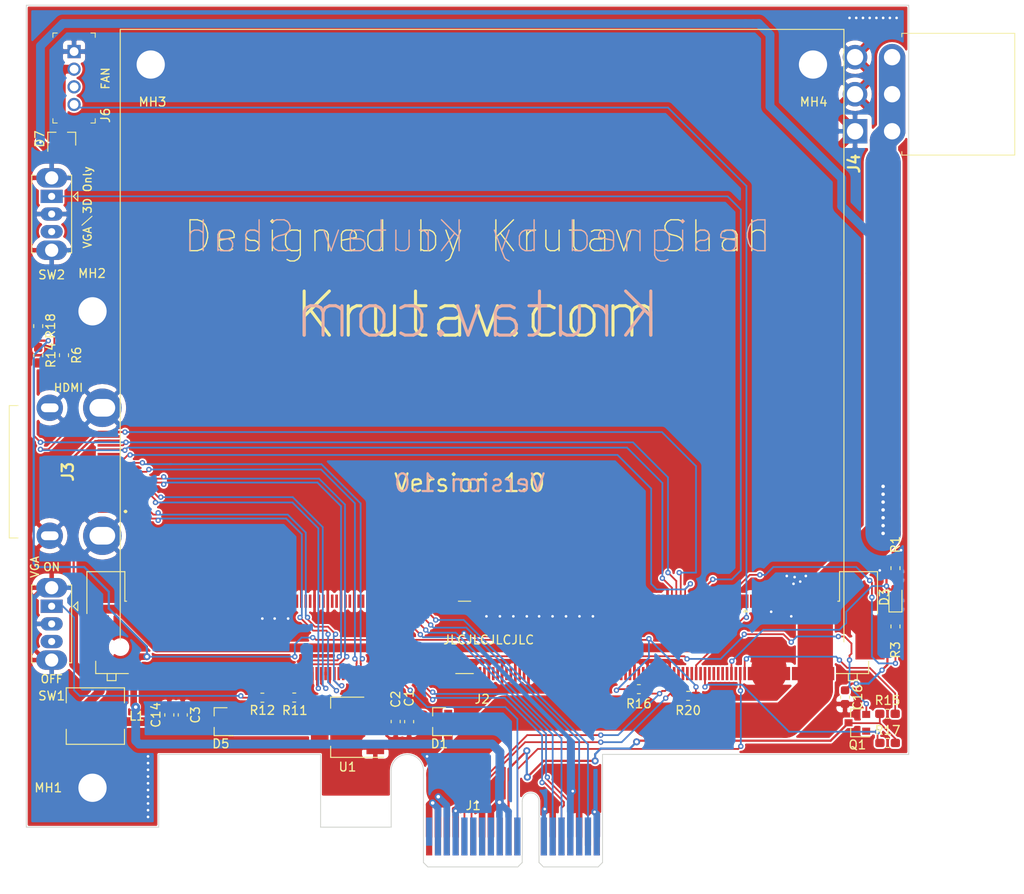
<source format=kicad_pcb>
(kicad_pcb (version 20171130) (host pcbnew "(5.1.12)-1")
  (layers (0 F.Cu signal) (31 B.Cu signal) (34 B.Paste user hide) (35 F.Paste user hide) (36 B.SilkS user hide) (37 F.SilkS user hide) (38 B.Mask user hide) (39 F.Mask user hide) (44 Edge.Cuts user))
  (net 0 "")
  (net 1 +12V)
  (net 2 GND)
  (net 3 +3V3)
  (net 4 "Net-(J1-PadB9)")
  (net 5 "Net-(J1-PadA1)")
  (net 6 "Net-(J1-PadB12)")
  (net 7 "Net-(J1-PadA5)")
  (net 8 "Net-(J1-PadA6)")
  (net 9 "Net-(J1-PadA7)")
  (net 10 "Net-(J1-PadA8)")
  (net 11 +5V)
  (net 12 "Net-(J2-Pad281)")
  (net 13 "Net-(J2-Pad274)")
  (net 14 "Net-(J2-Pad272)")
  (net 15 "Net-(J2-Pad270)")
  (net 16 "Net-(J2-Pad266)")
  (net 17 "Net-(J2-Pad264)")
  (net 18 "Net-(J2-Pad260)")
  (net 19 "Net-(J2-Pad258)")
  (net 20 "Net-(J2-Pad254)")
  (net 21 "Net-(J2-Pad252)")
  (net 22 "Net-(J2-Pad249)")
  (net 23 "Net-(J2-Pad248)")
  (net 24 "Net-(J2-Pad247)")
  (net 25 "Net-(J2-Pad246)")
  (net 26 "Net-(J2-Pad245)")
  (net 27 "Net-(J2-Pad243)")
  (net 28 "Net-(J2-Pad242)")
  (net 29 "Net-(J2-Pad241)")
  (net 30 "Net-(J2-Pad240)")
  (net 31 "Net-(J2-Pad239)")
  (net 32 "Net-(J2-Pad238)")
  (net 33 "Net-(J2-Pad237)")
  (net 34 "Net-(J2-Pad235)")
  (net 35 "Net-(J2-Pad234)")
  (net 36 "Net-(J2-Pad233)")
  (net 37 "Net-(J2-Pad231)")
  (net 38 "Net-(J2-Pad229)")
  (net 39 "Net-(J2-Pad227)")
  (net 40 "Net-(J2-Pad225)")
  (net 41 "Net-(J2-Pad223)")
  (net 42 "Net-(J2-Pad219)")
  (net 43 "Net-(J2-Pad217)")
  (net 44 "Net-(J2-Pad213)")
  (net 45 "Net-(J2-Pad211)")
  (net 46 "Net-(J2-Pad207)")
  (net 47 "Net-(J2-Pad205)")
  (net 48 "Net-(J2-Pad201)")
  (net 49 "Net-(J2-Pad199)")
  (net 50 "Net-(J2-Pad195)")
  (net 51 "Net-(J2-Pad193)")
  (net 52 "Net-(J2-Pad189)")
  (net 53 "Net-(J2-Pad187)")
  (net 54 "Net-(J2-Pad184)")
  (net 55 "Net-(J2-Pad183)")
  (net 56 "Net-(J2-Pad182)")
  (net 57 "Net-(J2-Pad181)")
  (net 58 "Net-(J2-Pad177)")
  (net 59 "Net-(J2-Pad175)")
  (net 60 "Net-(J2-Pad171)")
  (net 61 "Net-(J2-Pad169)")
  (net 62 "Net-(J2-Pad167)")
  (net 63 "Net-(J2-Pad165)")
  (net 64 "Net-(J2-Pad163)")
  (net 65 "Net-(J2-Pad161)")
  (net 66 "Net-(J2-Pad160)")
  (net 67 "Net-(J2-Pad159)")
  (net 68 "Net-(J2-Pad158)")
  (net 69 "Net-(J2-Pad45)")
  (net 70 "Net-(J2-Pad44)")
  (net 71 "Net-(J2-Pad43)")
  (net 72 "Net-(J2-Pad42)")
  (net 73 "Net-(J2-Pad41)")
  (net 74 "Net-(J2-Pad40)")
  (net 75 "Net-(J2-Pad39)")
  (net 76 "Net-(J2-Pad38)")
  (net 77 "Net-(J2-Pad30)")
  (net 78 "Net-(J2-Pad28)")
  (net 79 "Net-(J2-Pad27)")
  (net 80 "Net-(J2-Pad26)")
  (net 81 "Net-(J2-Pad25)")
  (net 82 "Net-(J2-Pad23)")
  (net 83 "Net-(J2-Pad22)")
  (net 84 "Net-(J2-Pad19)")
  (net 85 "Net-(J2-Pad18)")
  (net 86 "Net-(J2-Pad16)")
  (net 87 "Net-(J2-Pad14)")
  (net 88 "Net-(J2-Pad12)")
  (net 89 "Net-(J2-Pad10)")
  (net 90 "Net-(J2-Pad6)")
  (net 91 "Net-(FB1-Pad1)")
  (net 92 "Net-(FB2-Pad1)")
  (net 93 "Net-(FB3-Pad1)")
  (net 94 "Net-(FB4-Pad1)")
  (net 95 "Net-(FB5-Pad2)")
  (net 96 /WAKE)
  (net 97 /PET0_P)
  (net 98 /PET0_N)
  (net 99 /PERST)
  (net 100 /REFCLK_N)
  (net 101 /PER0_P)
  (net 102 /PER0_N)
  (net 103 /REFCLK_P)
  (net 104 "Net-(C4-Pad1)")
  (net 105 "Net-(C5-Pad1)")
  (net 106 "Net-(C6-Pad1)")
  (net 107 "Net-(C7-Pad1)")
  (net 108 "Net-(C8-Pad1)")
  (net 109 "Net-(C9-Pad1)")
  (net 110 "Net-(C10-Pad1)")
  (net 111 "Net-(C11-Pad1)")
  (net 112 "Net-(C12-Pad1)")
  (net 113 "Net-(C13-Pad1)")
  (net 114 /DP_D_HPD)
  (net 115 /DP_D_AUX)
  (net 116 /DP_D_AUX#)
  (net 117 /DP_D_L3)
  (net 118 /DP_D_L3#)
  (net 119 /PET1_P)
  (net 120 /PER1_P)
  (net 121 /PET1_N)
  (net 122 /PER1_N)
  (net 123 /PET2_P)
  (net 124 /PER2_P)
  (net 125 /PET2_N)
  (net 126 /PER2_N)
  (net 127 /PER3_P)
  (net 128 /PET3_P)
  (net 129 /PER3_N)
  (net 130 /PET3_N)
  (net 131 /PER4_P)
  (net 132 /PET4_P)
  (net 133 /PER4_N)
  (net 134 /PET4_N)
  (net 135 /PER5_P)
  (net 136 /PET5_P)
  (net 137 /PER5_N)
  (net 138 /PET5_N)
  (net 139 /PER6_P)
  (net 140 /PET6_P)
  (net 141 /PER6_N)
  (net 142 /PET6_N)
  (net 143 /PER7_P)
  (net 144 /PET7_P)
  (net 145 /PER7_N)
  (net 146 /PET7_N)
  (net 147 /PER8_P)
  (net 148 /PET8_P)
  (net 149 /PER8_N)
  (net 150 /PET8_N)
  (net 151 /PER9_P)
  (net 152 /PET9_P)
  (net 153 /PER9_N)
  (net 154 /PET9_N)
  (net 155 /PER10_P)
  (net 156 /PET10_P)
  (net 157 /PER10_N)
  (net 158 /PET10_N)
  (net 159 /PER11_P)
  (net 160 /PET11_P)
  (net 161 /PER11_N)
  (net 162 /PET11_N)
  (net 163 /PER12_P)
  (net 164 /PET12_P)
  (net 165 /PER12_N)
  (net 166 /PET12_N)
  (net 167 /PER13_P)
  (net 168 /PET13_P)
  (net 169 /PER13_N)
  (net 170 /PET13_N)
  (net 171 /PER14_P)
  (net 172 /PET14_P)
  (net 173 /PER14_N)
  (net 174 /PET14_N)
  (net 175 /PER15_P)
  (net 176 /PET15_P)
  (net 177 /PER15_N)
  (net 178 /PET15_N)
  (net 179 CEC)
  (net 180 /TH_OVERT#)
  (net 181 "Net-(C1-Pad1)")
  (net 182 "Net-(D5-Pad2)")
  (net 183 +3.3VA)
  (net 184 /DP_A_HPD)
  (net 185 /D0_P)
  (net 186 /D0_N)
  (net 187 /D1_P)
  (net 188 /D1_N)
  (net 189 /D2_P)
  (net 190 /D2_N)
  (net 191 /CK_N)
  (net 192 /CK_P)
  (net 193 "Net-(J2-Pad154)")
  (net 194 /TMDS_SCL)
  (net 195 /TMDS_SDA)
  (net 196 /TMDS_HPD)
  (net 197 TH_PWM)
  (net 198 /VGA_DISABLE#)
  (net 199 /PRSNT_R#)
  (net 200 "Net-(J3-Pad14)")
  (net 201 /SMCLK)
  (net 202 /SMDAT)
  (net 203 Enable)
  (net 204 "Net-(D7-Pad1)")
  (net 205 "Net-(C14-Pad2)")
  (module Capacitor_SMD:C_0603_1608Metric (layer F.Cu) (at 162.306 128.41 270)
    (fp_text reference C16 (at 0 -1.43 90) (layer F.SilkS))
    (fp_text value C_0603_1608Metric)
    (pad 2 smd roundrect (at 0.775 0 270) (size 0.9 0.95) (layers F.Cu F.Paste F.Mask) (net 2 GND))
    (pad 1 smd roundrect (at -0.775 0 270) (size 0.9 0.95) (layers F.Cu F.Paste F.Mask) (net 203 Enable))
  )
  (module Inductor_SMD:L_6.3x6.3_H3 (layer F.Cu) (at 77.343 130.556)
    (fp_text reference L1 (at 4.699 0) (layer F.SilkS))
    (fp_text value L_6.3x6.3_H3)
    (pad 1 smd rect (at 2.75 0) (size 1.5 2.4) (layers F.Cu F.Paste F.Mask) (net 11 +5V))
    (pad 2 smd rect (at -2.75 0) (size 1.5 2.4) (layers F.Cu F.Paste F.Mask) (net 11 +5V))
  )
  (module Capacitor_SMD:C_0603_1608Metric (layer F.Cu) (at 85.725 130.429 270)
    (fp_text reference C14 (at 0 1.524 90) (layer F.SilkS))
    (fp_text value C_0603_1608Metric)
    (pad 2 smd roundrect (at 0.775 0 270) (size 0.9 0.95) (layers F.Cu F.Paste F.Mask) (net 11 +5V))
    (pad 1 smd roundrect (at -0.775 0 270) (size 0.9 0.95) (layers F.Cu F.Paste F.Mask) (net 2 GND))
  )
  (module Capacitor_SMD:C_0603_1608Metric (layer F.Cu) (at 87.249 130.429 270)
    (fp_text reference C3 (at 0 -1.43 90) (layer F.SilkS))
    (fp_text value C_0603_1608Metric)
    (pad 1 smd roundrect (at -0.775 0 270) (size 0.9 0.95) (layers F.Cu F.Paste F.Mask) (net 2 GND))
    (pad 2 smd roundrect (at 0.775 0 270) (size 0.9 0.95) (layers F.Cu F.Paste F.Mask) (net 11 +5V))
  )
  (module Capacitor_SMD:C_0603_1608Metric (layer F.Cu) (at 111.379 131.178 270)
    (fp_text reference C2 (at -2.527 0 90) (layer F.SilkS))
    (fp_text value C_0603_1608Metric)
    (pad 1 smd roundrect (at -0.775 0 270) (size 0.9 0.95) (layers F.Cu F.Paste F.Mask) (net 181 "Net-(C1-Pad1)"))
    (pad 2 smd roundrect (at 0.775 0 270) (size 0.9 0.95) (layers F.Cu F.Paste F.Mask) (net 2 GND))
  )
  (module Capacitor_SMD:C_0603_1608Metric (layer F.Cu) (at 112.903 131.191 270)
    (fp_text reference C1 (at -2.667 0 90) (layer F.SilkS))
    (fp_text value C_0603_1608Metric)
    (pad 1 smd roundrect (at -0.775 0 270) (size 0.9 0.95) (layers F.Cu F.Paste F.Mask) (net 181 "Net-(C1-Pad1)"))
    (pad 2 smd roundrect (at 0.775 0 270) (size 0.9 0.95) (layers F.Cu F.Paste F.Mask) (net 2 GND))
  )
  (module Resistor_SMD:R_0603_1608Metric_Pad1.05x0.95mm_HandSolder (layer F.Cu) (at 144.526 128.27)
    (fp_text reference R20 (at 0 1.651) (layer F.SilkS))
    (fp_text value R_0603_1608Metric_Pad1.05x0.95mm_HandSolder)
    (pad 1 smd roundrect (at -0.875 0) (size 1.05 0.95) (layers F.Cu F.Paste F.Mask) (net 202 /SMDAT))
    (pad 2 smd roundrect (at 0.875 0) (size 1.05 0.95) (layers F.Cu F.Paste F.Mask) (net 3 +3V3))
  )
  (module Resistor_SMD:R_0603_1608Metric_Pad1.05x0.95mm_HandSolder (layer F.Cu) (at 138.938 127.508)
    (fp_text reference R16 (at 0 1.651) (layer F.SilkS))
    (fp_text value R_0603_1608Metric_Pad1.05x0.95mm_HandSolder)
    (pad 1 smd roundrect (at -0.875 0) (size 1.05 0.95) (layers F.Cu F.Paste F.Mask) (net 3 +3V3))
    (pad 2 smd roundrect (at 0.875 0) (size 1.05 0.95) (layers F.Cu F.Paste F.Mask) (net 201 /SMCLK))
  )
  (module Resistor_SMD:R_0603_1608Metric_Pad1.05x0.95mm_HandSolder (layer F.Cu) (at 73.787 89.662 270)
    (fp_text reference R6 (at 0 -1.43 90) (layer F.SilkS))
    (fp_text value R_0603_1608Metric_Pad1.05x0.95mm_HandSolder)
    (pad 1 smd roundrect (at -0.875 0 270) (size 1.05 0.95) (layers F.Cu F.Paste F.Mask) (net 2 GND))
    (pad 2 smd roundrect (at 0.875 0 270) (size 1.05 0.95) (layers F.Cu F.Paste F.Mask) (net 196 /TMDS_HPD))
  )
  (module Resistor_SMD:R_0603_1608Metric_Pad1.05x0.95mm_HandSolder (layer F.Cu) (at 168.021 113.792 90)
    (fp_text reference R1 (at 2.667 0 90) (layer F.SilkS))
    (fp_text value R_0603_1608Metric_Pad1.05x0.95mm_HandSolder)
    (pad 2 smd roundrect (at 0.875 0 90) (size 1.05 0.95) (layers F.Cu F.Paste F.Mask) (net 203 Enable))
    (pad 1 smd roundrect (at -0.875 0 90) (size 1.05 0.95) (layers F.Cu F.Paste F.Mask) (net 2 GND))
  )
  (module Resistor_SMD:R_0603_1608Metric_Pad1.05x0.95mm_HandSolder (layer F.Cu) (at 168.021 120.396 90)
    (fp_text reference R3 (at -2.667 0 90) (layer F.SilkS))
    (fp_text value R_0603_1608Metric_Pad1.05x0.95mm_HandSolder)
    (pad 2 smd roundrect (at 0.875 0 90) (size 1.05 0.95) (layers F.Cu F.Paste F.Mask) (net 203 Enable))
    (pad 1 smd roundrect (at -0.875 0 90) (size 1.05 0.95) (layers F.Cu F.Paste F.Mask) (net 11 +5V))
  )
  (module LED_SMD:LED_0603_1608Metric_Pad1.05x0.95mm_HandSolder (layer F.Cu) (at 168.021 117.094 90)
    (fp_text reference D3 (at 0 -1.27 90) (layer F.SilkS))
    (fp_text value LED_0603_1608Metric_Pad1.05x0.95mm_HandSolder)
    (pad 2 smd roundrect (at 0.875 0 90) (size 1.05 0.95) (layers F.Cu F.Paste F.Mask) (net 203 Enable))
    (pad 1 smd roundrect (at -0.875 0 90) (size 1.05 0.95) (layers F.Cu F.Paste F.Mask) (net 2 GND))
  )
  (module Resistor_SMD:R_0603_1608Metric_Pad1.05x0.95mm_HandSolder (layer F.Cu) (at 167.132 133.604)
    (fp_text reference R17 (at 0 -1.43) (layer F.SilkS))
    (fp_text value R_0603_1608Metric_Pad1.05x0.95mm_HandSolder)
    (pad 1 smd roundrect (at -0.875 0) (size 1.05 0.95) (layers F.Cu F.Paste F.Mask) (net 180 /TH_OVERT#))
    (pad 2 smd roundrect (at 0.875 0) (size 1.05 0.95) (layers F.Cu F.Paste F.Mask) (net 183 +3.3VA))
  )
  (module Resistor_SMD:R_0603_1608Metric_Pad1.05x0.95mm_HandSolder (layer F.Cu) (at 70.866 86.36 270)
    (fp_text reference R18 (at 0 -1.397 90) (layer F.SilkS))
    (fp_text value R_0603_1608Metric_Pad1.05x0.95mm_HandSolder)
    (pad 1 smd roundrect (at -0.875 0 270) (size 1.05 0.95) (layers F.Cu F.Paste F.Mask) (net 194 /TMDS_SCL))
    (pad 2 smd roundrect (at 0.875 0 270) (size 1.05 0.95) (layers F.Cu F.Paste F.Mask) (net 3 +3V3))
  )
  (module Resistor_SMD:R_0603_1608Metric_Pad1.05x0.95mm_HandSolder (layer F.Cu) (at 70.866 89.662 270)
    (fp_text reference R14 (at 0 -1.43 90) (layer F.SilkS))
    (fp_text value R_0603_1608Metric_Pad1.05x0.95mm_HandSolder)
    (pad 2 smd roundrect (at 0.875 0 270) (size 1.05 0.95) (layers F.Cu F.Paste F.Mask) (net 195 /TMDS_SDA))
    (pad 1 smd roundrect (at -0.875 0 270) (size 1.05 0.95) (layers F.Cu F.Paste F.Mask) (net 3 +3V3))
  )
  (module Resistor_SMD:R_0603_1608Metric_Pad1.05x0.95mm_HandSolder (layer F.Cu) (at 167.118 130.302 180)
    (fp_text reference R15 (at 0 1.524) (layer F.SilkS))
    (fp_text value R_0603_1608Metric_Pad1.05x0.95mm_HandSolder)
    (pad 1 smd roundrect (at -0.875 0 180) (size 1.05 0.95) (layers F.Cu F.Paste F.Mask) (net 199 /PRSNT_R#))
    (pad 2 smd roundrect (at 0.875 0 180) (size 1.05 0.95) (layers F.Cu F.Paste F.Mask) (net 183 +3.3VA))
  )
  (module Diode_SMD:D_SOT-23_ANK (layer F.Cu) (at 73.533 65.151 90)
    (fp_text reference D7 (at 0 -2.5 90) (layer F.SilkS))
    (fp_text value PMEG4010ET)
    (pad 1 smd rect (at 1 0 90) (size 0.9 0.8) (layers F.Cu F.Paste F.Mask) (net 204 "Net-(D7-Pad1)"))
    (pad "" smd rect (at -1 0.95 90) (size 0.9 0.8) (layers F.Cu F.Paste F.Mask))
    (pad 2 smd rect (at -1 -0.95 90) (size 0.9 0.8) (layers F.Cu F.Paste F.Mask) (net 1 +12V))
  )
  (module Resistor_SMD:R_0603_1608Metric_Pad1.05x0.95mm_HandSolder (layer F.Cu) (at 99.8855 128.4605)
    (fp_text reference R11 (at 0.0635 1.4605) (layer F.SilkS))
    (fp_text value R_0603_1608Metric_Pad1.05x0.95mm_HandSolder)
    (pad 1 smd roundrect (at -0.875 0) (size 1.05 0.95) (layers F.Cu F.Paste F.Mask) (net 2 GND))
    (pad 2 smd roundrect (at 0.875 0) (size 1.05 0.95) (layers F.Cu F.Paste F.Mask) (net 95 "Net-(FB5-Pad2)"))
  )
  (module Button_Switch_THT:SW_Slide_1P2T_CK_OS102011MS2Q (layer F.Cu) (at 72.39 71.66 270)
    (fp_text reference SW2 (at 8.89 0 180) (layer F.SilkS))
    (fp_text value SW_Slide_1P2T_CK_OS102011MS2Q)
    (pad 1 thru_hole rect (at 0 0 270) (size 1.5 2.5) (drill 0.8) (layers *.Cu *.Mask) (net 198 /VGA_DISABLE#))
    (pad 2 thru_hole oval (at 2 0 270) (size 1.5 2.5) (drill 0.8) (layers *.Cu *.Mask) (net 2 GND))
    (pad 3 thru_hole oval (at 4 0 270) (size 1.5 2.5) (drill 0.8) (layers *.Cu *.Mask))
    (pad "" thru_hole oval (at -2.1 0 270) (size 2.2 3.5) (drill 1.5) (layers *.Cu *.Mask) (net 2 GND))
    (pad "" thru_hole oval (at 6.1 0 270) (size 2.2 3.5) (drill 1.5) (layers *.Cu *.Mask) (net 2 GND))
  )
  (module 455580003 (layer F.Cu) (at 167.64 55.88 270)
    (fp_text reference J4 (at 12.065 4.318 90) (layer F.SilkS) (effects (font (size 1.27 1.27) (thickness 0.254))))
    (fp_text value 45558-0003 hide)
    (pad 1 thru_hole circle (at 0 0 270) (size 2.775 2.775) (drill 1.85) (layers *.Cu *.Mask) (net 1 +12V))
    (pad 2 thru_hole circle (at 4.2 0 270) (size 2.775 2.775) (drill 1.85) (layers *.Cu *.Mask) (net 1 +12V))
    (pad 3 thru_hole circle (at 8.4 0 270) (size 2.775 2.775) (drill 1.85) (layers *.Cu *.Mask) (net 1 +12V))
    (pad 4 thru_hole circle (at 0 4.2 270) (size 2.775 2.775) (drill 1.85) (layers *.Cu *.Mask) (net 2 GND))
    (pad 5 thru_hole circle (at 4.2 4.2 270) (size 2.775 2.775) (drill 1.85) (layers *.Cu *.Mask) (net 2 GND))
    (pad 6 thru_hole rect (at 8.4 4.2 270) (size 2.775 2.775) (drill 1.85) (layers *.Cu *.Mask) (net 2 GND))
    (pad MH1 np_thru_hole circle (at 0 -7.3 270) (size 3.05 0) (drill 3.05) (layers *.Cu *.Mask))
    (pad MH2 np_thru_hole circle (at 8.4 -7.3 270) (size 3.05 0) (drill 3.05) (layers *.Cu *.Mask))
  )
  (module Connector_JAE:JAE_MM70-314-310B1 (layer F.Cu) (at 121.1834 121.6406 180)
    (fp_text reference J2 (at 0 -7) (layer F.SilkS))
    (fp_text value MXM3.0)
    (pad E4 smd rect (at -32.5 -4.1 180) (size 4.8 1.5) (layers F.Cu F.Paste F.Mask) (net 2 GND))
    (pad E2 smd rect (at -37.5 -4.1 180) (size 4.8 1.5) (layers F.Cu F.Paste F.Mask) (net 1 +12V))
    (pad E3 smd rect (at -32.75 4.1 180) (size 4.8 1.5) (layers F.Cu F.Paste F.Mask) (net 2 GND))
    (pad E1 smd rect (at -37.75 4.1 180) (size 4.8 1.5) (layers F.Cu F.Paste F.Mask) (net 1 +12V))
    (pad 280 smd rect (at 39.5 -4.1 180) (size 0.8 1.5) (layers F.Cu F.Paste F.Mask) (net 3 +3V3))
    (pad 281 smd rect (at 40 4.1 180) (size 0.3 1.5) (layers F.Cu F.Paste F.Mask) (net 12 "Net-(J2-Pad281)"))
    (pad 279 smd rect (at 39.5 4.1 180) (size 0.3 1.5) (layers F.Cu F.Paste F.Mask) (net 104 "Net-(C4-Pad1)"))
    (pad 278 smd rect (at 39.5 -4.1 180) (size 0.8 1.5) (layers F.Cu F.Paste F.Mask) (net 3 +3V3))
    (pad 277 smd rect (at 39 4.1 180) (size 0.3 1.5) (layers F.Cu F.Paste F.Mask) (net 105 "Net-(C5-Pad1)"))
    (pad 276 smd rect (at 38.75 -4.1 180) (size 0.3 1.5) (layers F.Cu F.Paste F.Mask) (net 184 /DP_A_HPD))
    (pad 275 smd rect (at 38.5 4.1 180) (size 0.3 1.5) (layers F.Cu F.Paste F.Mask) (net 2 GND))
    (pad 274 smd rect (at 38.25 -4.1 180) (size 0.3 1.5) (layers F.Cu F.Paste F.Mask) (net 13 "Net-(J2-Pad274)"))
    (pad 273 smd rect (at 38 4.1 180) (size 0.3 1.5) (layers F.Cu F.Paste F.Mask) (net 106 "Net-(C6-Pad1)"))
    (pad 272 smd rect (at 37.75 -4.1 180) (size 0.3 1.5) (layers F.Cu F.Paste F.Mask) (net 14 "Net-(J2-Pad272)"))
    (pad 271 smd rect (at 37.5 4.1 180) (size 0.3 1.5) (layers F.Cu F.Paste F.Mask) (net 107 "Net-(C7-Pad1)"))
    (pad 270 smd rect (at 37.25 -4.1 180) (size 0.3 1.5) (layers F.Cu F.Paste F.Mask) (net 15 "Net-(J2-Pad270)"))
    (pad 269 smd rect (at 37 4.1 180) (size 0.3 1.5) (layers F.Cu F.Paste F.Mask) (net 2 GND))
    (pad 268 smd rect (at 36.75 -4.1 180) (size 0.3 1.5) (layers F.Cu F.Paste F.Mask) (net 2 GND))
    (pad 267 smd rect (at 36.5 4.1 180) (size 0.3 1.5) (layers F.Cu F.Paste F.Mask) (net 108 "Net-(C8-Pad1)"))
    (pad 266 smd rect (at 36.25 -4.1 180) (size 0.3 1.5) (layers F.Cu F.Paste F.Mask) (net 16 "Net-(J2-Pad266)"))
    (pad 265 smd rect (at 36 4.1 180) (size 0.3 1.5) (layers F.Cu F.Paste F.Mask) (net 109 "Net-(C9-Pad1)"))
    (pad 264 smd rect (at 35.75 -4.1 180) (size 0.3 1.5) (layers F.Cu F.Paste F.Mask) (net 17 "Net-(J2-Pad264)"))
    (pad 263 smd rect (at 35.5 4.1 180) (size 0.3 1.5) (layers F.Cu F.Paste F.Mask) (net 2 GND))
    (pad 262 smd rect (at 35.25 -4.1 180) (size 0.3 1.5) (layers F.Cu F.Paste F.Mask) (net 2 GND))
    (pad 261 smd rect (at 35 4.1 180) (size 0.3 1.5) (layers F.Cu F.Paste F.Mask) (net 110 "Net-(C10-Pad1)"))
    (pad 260 smd rect (at 34.75 -4.1 180) (size 0.3 1.5) (layers F.Cu F.Paste F.Mask) (net 18 "Net-(J2-Pad260)"))
    (pad 259 smd rect (at 34.5 4.1 180) (size 0.3 1.5) (layers F.Cu F.Paste F.Mask) (net 111 "Net-(C11-Pad1)"))
    (pad 258 smd rect (at 34.25 -4.1 180) (size 0.3 1.5) (layers F.Cu F.Paste F.Mask) (net 19 "Net-(J2-Pad258)"))
    (pad 257 smd rect (at 34 4.1 180) (size 0.3 1.5) (layers F.Cu F.Paste F.Mask) (net 2 GND))
    (pad 256 smd rect (at 33.75 -4.1 180) (size 0.3 1.5) (layers F.Cu F.Paste F.Mask) (net 2 GND))
    (pad 255 smd rect (at 33.5 4.1 180) (size 0.3 1.5) (layers F.Cu F.Paste F.Mask) (net 112 "Net-(C12-Pad1)"))
    (pad 254 smd rect (at 33.25 -4.1 180) (size 0.3 1.5) (layers F.Cu F.Paste F.Mask) (net 20 "Net-(J2-Pad254)"))
    (pad 253 smd rect (at 33 4.1 180) (size 0.3 1.5) (layers F.Cu F.Paste F.Mask) (net 113 "Net-(C13-Pad1)"))
    (pad 252 smd rect (at 32.75 -4.1 180) (size 0.3 1.5) (layers F.Cu F.Paste F.Mask) (net 21 "Net-(J2-Pad252)"))
    (pad 251 smd rect (at 32.5 4.1 180) (size 0.3 1.5) (layers F.Cu F.Paste F.Mask) (net 2 GND))
    (pad 250 smd rect (at 32.25 -4.1 180) (size 0.3 1.5) (layers F.Cu F.Paste F.Mask) (net 2 GND))
    (pad 249 smd rect (at 32 4.1 180) (size 0.3 1.5) (layers F.Cu F.Paste F.Mask) (net 22 "Net-(J2-Pad249)"))
    (pad 248 smd rect (at 31.75 -4.1 180) (size 0.3 1.5) (layers F.Cu F.Paste F.Mask) (net 23 "Net-(J2-Pad248)"))
    (pad 247 smd rect (at 31.5 4.1 180) (size 0.3 1.5) (layers F.Cu F.Paste F.Mask) (net 24 "Net-(J2-Pad247)"))
    (pad 246 smd rect (at 31.25 -4.1 180) (size 0.3 1.5) (layers F.Cu F.Paste F.Mask) (net 25 "Net-(J2-Pad246)"))
    (pad 245 smd rect (at 31 4.1 180) (size 0.3 1.5) (layers F.Cu F.Paste F.Mask) (net 26 "Net-(J2-Pad245)"))
    (pad 244 smd rect (at 30.75 -4.1 180) (size 0.3 1.5) (layers F.Cu F.Paste F.Mask) (net 2 GND))
    (pad 243 smd rect (at 30.5 4.1 180) (size 0.3 1.5) (layers F.Cu F.Paste F.Mask) (net 27 "Net-(J2-Pad243)"))
    (pad 242 smd rect (at 30.25 -4.1 180) (size 0.3 1.5) (layers F.Cu F.Paste F.Mask) (net 28 "Net-(J2-Pad242)"))
    (pad 241 smd rect (at 30 4.1 180) (size 0.3 1.5) (layers F.Cu F.Paste F.Mask) (net 29 "Net-(J2-Pad241)"))
    (pad 240 smd rect (at 29.75 -4.1 180) (size 0.3 1.5) (layers F.Cu F.Paste F.Mask) (net 30 "Net-(J2-Pad240)"))
    (pad 239 smd rect (at 29.5 4.1 180) (size 0.3 1.5) (layers F.Cu F.Paste F.Mask) (net 31 "Net-(J2-Pad239)"))
    (pad 238 smd rect (at 29.25 -4.1 180) (size 0.3 1.5) (layers F.Cu F.Paste F.Mask) (net 32 "Net-(J2-Pad238)"))
    (pad 237 smd rect (at 29 4.1 180) (size 0.3 1.5) (layers F.Cu F.Paste F.Mask) (net 33 "Net-(J2-Pad237)"))
    (pad 236 smd rect (at 28.75 -4.1 180) (size 0.3 1.5) (layers F.Cu F.Paste F.Mask) (net 114 /DP_D_HPD))
    (pad 235 smd rect (at 28.5 4.1 180) (size 0.3 1.5) (layers F.Cu F.Paste F.Mask) (net 34 "Net-(J2-Pad235)"))
    (pad 234 smd rect (at 28.25 -4.1 180) (size 0.3 1.5) (layers F.Cu F.Paste F.Mask) (net 35 "Net-(J2-Pad234)"))
    (pad 233 smd rect (at 28 4.1 180) (size 0.3 1.5) (layers F.Cu F.Paste F.Mask) (net 36 "Net-(J2-Pad233)"))
    (pad 232 smd rect (at 27.75 -4.1 180) (size 0.3 1.5) (layers F.Cu F.Paste F.Mask) (net 115 /DP_D_AUX))
    (pad 231 smd rect (at 27.5 4.1 180) (size 0.3 1.5) (layers F.Cu F.Paste F.Mask) (net 37 "Net-(J2-Pad231)"))
    (pad 230 smd rect (at 27.25 -4.1 180) (size 0.3 1.5) (layers F.Cu F.Paste F.Mask) (net 116 /DP_D_AUX#))
    (pad 229 smd rect (at 27 4.1 180) (size 0.3 1.5) (layers F.Cu F.Paste F.Mask) (net 38 "Net-(J2-Pad229)"))
    (pad 228 smd rect (at 26.75 -4.1 180) (size 0.3 1.5) (layers F.Cu F.Paste F.Mask) (net 2 GND))
    (pad 227 smd rect (at 26.5 4.1 180) (size 0.3 1.5) (layers F.Cu F.Paste F.Mask) (net 39 "Net-(J2-Pad227)"))
    (pad 226 smd rect (at 26.25 -4.1 180) (size 0.3 1.5) (layers F.Cu F.Paste F.Mask) (net 117 /DP_D_L3))
    (pad 225 smd rect (at 26 4.1 180) (size 0.3 1.5) (layers F.Cu F.Paste F.Mask) (net 40 "Net-(J2-Pad225)"))
    (pad 224 smd rect (at 25.75 -4.1 180) (size 0.3 1.5) (layers F.Cu F.Paste F.Mask) (net 118 /DP_D_L3#))
    (pad 223 smd rect (at 25.5 4.1 180) (size 0.3 1.5) (layers F.Cu F.Paste F.Mask) (net 41 "Net-(J2-Pad223)"))
    (pad 222 smd rect (at 25.25 -4.1 180) (size 0.3 1.5) (layers F.Cu F.Paste F.Mask) (net 2 GND))
    (pad 221 smd rect (at 25 4.1 180) (size 0.3 1.5) (layers F.Cu F.Paste F.Mask) (net 2 GND))
    (pad 220 smd rect (at 24.75 -4.1 180) (size 0.3 1.5) (layers F.Cu F.Paste F.Mask) (net 117 /DP_D_L3))
    (pad 219 smd rect (at 24.5 4.1 180) (size 0.3 1.5) (layers F.Cu F.Paste F.Mask) (net 42 "Net-(J2-Pad219)"))
    (pad 218 smd rect (at 24.25 -4.1 180) (size 0.3 1.5) (layers F.Cu F.Paste F.Mask) (net 118 /DP_D_L3#))
    (pad 217 smd rect (at 24 4.1 180) (size 0.3 1.5) (layers F.Cu F.Paste F.Mask) (net 43 "Net-(J2-Pad217)"))
    (pad 216 smd rect (at 23.75 -4.1 180) (size 0.3 1.5) (layers F.Cu F.Paste F.Mask) (net 2 GND))
    (pad 215 smd rect (at 23.5 4.1 180) (size 0.3 1.5) (layers F.Cu F.Paste F.Mask) (net 2 GND))
    (pad 214 smd rect (at 23.25 -4.1 180) (size 0.3 1.5) (layers F.Cu F.Paste F.Mask) (net 117 /DP_D_L3))
    (pad 213 smd rect (at 23 4.1 180) (size 0.3 1.5) (layers F.Cu F.Paste F.Mask) (net 44 "Net-(J2-Pad213)"))
    (pad 212 smd rect (at 22.75 -4.1 180) (size 0.3 1.5) (layers F.Cu F.Paste F.Mask) (net 118 /DP_D_L3#))
    (pad 211 smd rect (at 22.5 4.1 180) (size 0.3 1.5) (layers F.Cu F.Paste F.Mask) (net 45 "Net-(J2-Pad211)"))
    (pad 210 smd rect (at 22.25 -4.1 180) (size 0.3 1.5) (layers F.Cu F.Paste F.Mask) (net 2 GND))
    (pad 209 smd rect (at 22 4.1 180) (size 0.3 1.5) (layers F.Cu F.Paste F.Mask) (net 2 GND))
    (pad 208 smd rect (at 21.75 -4.1 180) (size 0.3 1.5) (layers F.Cu F.Paste F.Mask) (net 117 /DP_D_L3))
    (pad 207 smd rect (at 21.5 4.1 180) (size 0.3 1.5) (layers F.Cu F.Paste F.Mask) (net 46 "Net-(J2-Pad207)"))
    (pad 206 smd rect (at 21.25 -4.1 180) (size 0.3 1.5) (layers F.Cu F.Paste F.Mask) (net 118 /DP_D_L3#))
    (pad 205 smd rect (at 21 4.1 180) (size 0.3 1.5) (layers F.Cu F.Paste F.Mask) (net 47 "Net-(J2-Pad205)"))
    (pad 204 smd rect (at 20.75 -4.1 180) (size 0.3 1.5) (layers F.Cu F.Paste F.Mask) (net 2 GND))
    (pad 203 smd rect (at 20.5 4.1 180) (size 0.3 1.5) (layers F.Cu F.Paste F.Mask) (net 2 GND))
    (pad 202 smd rect (at 20.25 -4.1 180) (size 0.3 1.5) (layers F.Cu F.Paste F.Mask) (net 185 /D0_P))
    (pad 201 smd rect (at 20 4.1 180) (size 0.3 1.5) (layers F.Cu F.Paste F.Mask) (net 48 "Net-(J2-Pad201)"))
    (pad 200 smd rect (at 19.75 -4.1 180) (size 0.3 1.5) (layers F.Cu F.Paste F.Mask) (net 186 /D0_N))
    (pad 199 smd rect (at 19.5 4.1 180) (size 0.3 1.5) (layers F.Cu F.Paste F.Mask) (net 49 "Net-(J2-Pad199)"))
    (pad 198 smd rect (at 19.25 -4.1 180) (size 0.3 1.5) (layers F.Cu F.Paste F.Mask) (net 2 GND))
    (pad 197 smd rect (at 19 4.1 180) (size 0.3 1.5) (layers F.Cu F.Paste F.Mask) (net 2 GND))
    (pad 196 smd rect (at 18.75 -4.1 180) (size 0.3 1.5) (layers F.Cu F.Paste F.Mask) (net 187 /D1_P))
    (pad 195 smd rect (at 18.5 4.1 180) (size 0.3 1.5) (layers F.Cu F.Paste F.Mask) (net 50 "Net-(J2-Pad195)"))
    (pad 194 smd rect (at 18.25 -4.1 180) (size 0.3 1.5) (layers F.Cu F.Paste F.Mask) (net 188 /D1_N))
    (pad 193 smd rect (at 18 4.1 180) (size 0.3 1.5) (layers F.Cu F.Paste F.Mask) (net 51 "Net-(J2-Pad193)"))
    (pad 192 smd rect (at 17.75 -4.1 180) (size 0.3 1.5) (layers F.Cu F.Paste F.Mask) (net 2 GND))
    (pad 191 smd rect (at 17.5 4.1 180) (size 0.3 1.5) (layers F.Cu F.Paste F.Mask) (net 2 GND))
    (pad 190 smd rect (at 17.25 -4.1 180) (size 0.3 1.5) (layers F.Cu F.Paste F.Mask) (net 189 /D2_P))
    (pad 189 smd rect (at 17 4.1 180) (size 0.3 1.5) (layers F.Cu F.Paste F.Mask) (net 52 "Net-(J2-Pad189)"))
    (pad 188 smd rect (at 16.75 -4.1 180) (size 0.3 1.5) (layers F.Cu F.Paste F.Mask) (net 190 /D2_N))
    (pad 187 smd rect (at 16.5 4.1 180) (size 0.3 1.5) (layers F.Cu F.Paste F.Mask) (net 53 "Net-(J2-Pad187)"))
    (pad 186 smd rect (at 16.25 -4.1 180) (size 0.3 1.5) (layers F.Cu F.Paste F.Mask) (net 2 GND))
    (pad 185 smd rect (at 16 4.1 180) (size 0.3 1.5) (layers F.Cu F.Paste F.Mask) (net 2 GND))
    (pad 184 smd rect (at 15.75 -4.1 180) (size 0.3 1.5) (layers F.Cu F.Paste F.Mask) (net 54 "Net-(J2-Pad184)"))
    (pad 183 smd rect (at 15.5 4.1 180) (size 0.3 1.5) (layers F.Cu F.Paste F.Mask) (net 55 "Net-(J2-Pad183)"))
    (pad 182 smd rect (at 15.25 -4.1 180) (size 0.3 1.5) (layers F.Cu F.Paste F.Mask) (net 56 "Net-(J2-Pad182)"))
    (pad 181 smd rect (at 15 4.1 180) (size 0.3 1.5) (layers F.Cu F.Paste F.Mask) (net 57 "Net-(J2-Pad181)"))
    (pad 180 smd rect (at 14.75 -4.1 180) (size 0.3 1.5) (layers F.Cu F.Paste F.Mask) (net 2 GND))
    (pad 179 smd rect (at 14.5 4.1 180) (size 0.3 1.5) (layers F.Cu F.Paste F.Mask) (net 2 GND))
    (pad 178 smd rect (at 14.25 -4.1 180) (size 0.3 1.5) (layers F.Cu F.Paste F.Mask) (net 192 /CK_P))
    (pad 177 smd rect (at 14 4.1 180) (size 0.3 1.5) (layers F.Cu F.Paste F.Mask) (net 58 "Net-(J2-Pad177)"))
    (pad 176 smd rect (at 13.75 -4.1 180) (size 0.3 1.5) (layers F.Cu F.Paste F.Mask) (net 191 /CK_N))
    (pad 175 smd rect (at 13.5 4.1 180) (size 0.3 1.5) (layers F.Cu F.Paste F.Mask) (net 59 "Net-(J2-Pad175)"))
    (pad 174 smd rect (at 13.25 -4.1 180) (size 0.3 1.5) (layers F.Cu F.Paste F.Mask) (net 2 GND))
    (pad 173 smd rect (at 13 4.1 180) (size 0.3 1.5) (layers F.Cu F.Paste F.Mask) (net 2 GND))
    (pad 172 smd rect (at 12.75 -4.1 180) (size 0.3 1.5) (layers F.Cu F.Paste F.Mask) (net 93 "Net-(FB3-Pad1)"))
    (pad 171 smd rect (at 12.5 4.1 180) (size 0.3 1.5) (layers F.Cu F.Paste F.Mask) (net 60 "Net-(J2-Pad171)"))
    (pad 170 smd rect (at 12.25 -4.1 180) (size 0.3 1.5) (layers F.Cu F.Paste F.Mask) (net 94 "Net-(FB4-Pad1)"))
    (pad 169 smd rect (at 12 4.1 180) (size 0.3 1.5) (layers F.Cu F.Paste F.Mask) (net 61 "Net-(J2-Pad169)"))
    (pad 168 smd rect (at 11.75 -4.1 180) (size 0.3 1.5) (layers F.Cu F.Paste F.Mask) (net 95 "Net-(FB5-Pad2)"))
    (pad 167 smd rect (at 11.5 4.1 180) (size 0.3 1.5) (layers F.Cu F.Paste F.Mask) (net 62 "Net-(J2-Pad167)"))
    (pad 166 smd rect (at 11.25 -4.1 180) (size 0.3 1.5) (layers F.Cu F.Paste F.Mask) (net 2 GND))
    (pad 165 smd rect (at 11 4.1 180) (size 0.3 1.5) (layers F.Cu F.Paste F.Mask) (net 63 "Net-(J2-Pad165)"))
    (pad 164 smd rect (at 10.75 -4.1 180) (size 0.3 1.5) (layers F.Cu F.Paste F.Mask) (net 91 "Net-(FB1-Pad1)"))
    (pad 163 smd rect (at 10.5 4.1 180) (size 0.3 1.5) (layers F.Cu F.Paste F.Mask) (net 64 "Net-(J2-Pad163)"))
    (pad 162 smd rect (at 10.25 -4.1 180) (size 0.3 1.5) (layers F.Cu F.Paste F.Mask) (net 92 "Net-(FB2-Pad1)"))
    (pad 161 smd rect (at 10 4.1 180) (size 0.3 1.5) (layers F.Cu F.Paste F.Mask) (net 65 "Net-(J2-Pad161)"))
    (pad 160 smd rect (at 9.75 -4.1 180) (size 0.3 1.5) (layers F.Cu F.Paste F.Mask) (net 66 "Net-(J2-Pad160)"))
    (pad 159 smd rect (at 9.5 4.1 180) (size 0.3 1.5) (layers F.Cu F.Paste F.Mask) (net 67 "Net-(J2-Pad159)"))
    (pad 158 smd rect (at 9.25 -4.1 180) (size 0.3 1.5) (layers F.Cu F.Paste F.Mask) (net 68 "Net-(J2-Pad158)"))
    (pad 157 smd rect (at 9 4.1 180) (size 0.3 1.5) (layers F.Cu F.Paste F.Mask) (net 2 GND))
    (pad 156 smd rect (at 8.75 -4.1 180) (size 0.3 1.5) (layers F.Cu F.Paste F.Mask) (net 99 /PERST))
    (pad 155 smd rect (at 8.5 4.1 180) (size 0.3 1.5) (layers F.Cu F.Paste F.Mask) (net 103 /REFCLK_P))
    (pad 154 smd rect (at 8.25 -4.1 180) (size 0.3 1.5) (layers F.Cu F.Paste F.Mask) (net 193 "Net-(J2-Pad154)"))
    (pad 153 smd rect (at 8 4.1 180) (size 0.3 1.5) (layers F.Cu F.Paste F.Mask) (net 100 /REFCLK_N))
    (pad 152 smd rect (at 7.75 -4.1 180) (size 0.3 1.5) (layers F.Cu F.Paste F.Mask) (net 2 GND))
    (pad 151 smd rect (at 7.5 4.1 180) (size 0.3 1.5) (layers F.Cu F.Paste F.Mask) (net 2 GND))
    (pad 150 smd rect (at 7.25 -4.1 180) (size 0.3 1.5) (layers F.Cu F.Paste F.Mask) (net 97 /PET0_P))
    (pad 149 smd rect (at 7 4.1 180) (size 0.3 1.5) (layers F.Cu F.Paste F.Mask) (net 101 /PER0_P))
    (pad 148 smd rect (at 6.75 -4.1 180) (size 0.3 1.5) (layers F.Cu F.Paste F.Mask) (net 98 /PET0_N))
    (pad 147 smd rect (at 6.5 4.1 180) (size 0.3 1.5) (layers F.Cu F.Paste F.Mask) (net 102 /PER0_N))
    (pad 146 smd rect (at 6.25 -4.1 180) (size 0.3 1.5) (layers F.Cu F.Paste F.Mask) (net 2 GND))
    (pad 145 smd rect (at 6 4.1 180) (size 0.3 1.5) (layers F.Cu F.Paste F.Mask) (net 2 GND))
    (pad 144 smd rect (at 5.75 -4.1 180) (size 0.3 1.5) (layers F.Cu F.Paste F.Mask) (net 119 /PET1_P))
    (pad 143 smd rect (at 5.5 4.1 180) (size 0.3 1.5) (layers F.Cu F.Paste F.Mask) (net 120 /PER1_P))
    (pad 142 smd rect (at 5.25 -4.1 180) (size 0.3 1.5) (layers F.Cu F.Paste F.Mask) (net 121 /PET1_N))
    (pad 141 smd rect (at 5 4.1 180) (size 0.3 1.5) (layers F.Cu F.Paste F.Mask) (net 122 /PER1_N))
    (pad 140 smd rect (at 4.75 -4.1 180) (size 0.3 1.5) (layers F.Cu F.Paste F.Mask) (net 2 GND))
    (pad 139 smd rect (at 4.5 4.1 180) (size 0.3 1.5) (layers F.Cu F.Paste F.Mask) (net 2 GND))
    (pad 138 smd rect (at 4.25 -4.1 180) (size 0.3 1.5) (layers F.Cu F.Paste F.Mask) (net 123 /PET2_P))
    (pad 137 smd rect (at 4 4.1 180) (size 0.3 1.5) (layers F.Cu F.Paste F.Mask) (net 124 /PER2_P))
    (pad 136 smd rect (at 3.75 -4.1 180) (size 0.3 1.5) (layers F.Cu F.Paste F.Mask) (net 125 /PET2_N))
    (pad 135 smd rect (at 3.5 4.1 180) (size 0.3 1.5) (layers F.Cu F.Paste F.Mask) (net 126 /PER2_N))
    (pad 134 smd rect (at 3.25 -4.1 180) (size 0.3 1.5) (layers F.Cu F.Paste F.Mask) (net 2 GND))
    (pad 133 smd rect (at 3 4.1 180) (size 0.3 1.5) (layers F.Cu F.Paste F.Mask) (net 2 GND))
    (pad 125 smd rect (at 1 4.1 180) (size 0.3 1.5) (layers F.Cu F.Paste F.Mask) (net 2 GND))
    (pad MP smd rect (at 43.95 0 180) (size 3.3 5) (layers F.Cu F.Paste F.Mask) (net 2 GND))
    (pad MP smd rect (at -43.95 0 180) (size 3.3 5) (layers F.Cu F.Paste F.Mask) (net 2 GND))
    (pad 124 smd rect (at 0.75 -4.1 180) (size 0.3 1.5) (layers F.Cu F.Paste F.Mask) (net 2 GND))
    (pad 123 smd rect (at 0.5 4.1 180) (size 0.3 1.5) (layers F.Cu F.Paste F.Mask) (net 127 /PER3_P))
    (pad 122 smd rect (at 0.25 -4.1 180) (size 0.3 1.5) (layers F.Cu F.Paste F.Mask) (net 128 /PET3_P))
    (pad 121 smd rect (at 0 4.1 180) (size 0.3 1.5) (layers F.Cu F.Paste F.Mask) (net 129 /PER3_N))
    (pad 120 smd rect (at -0.25 -4.1 180) (size 0.3 1.5) (layers F.Cu F.Paste F.Mask) (net 130 /PET3_N))
    (pad 119 smd rect (at -0.5 4.1 180) (size 0.3 1.5) (layers F.Cu F.Paste F.Mask) (net 2 GND))
    (pad 118 smd rect (at -0.75 -4.1 180) (size 0.3 1.5) (layers F.Cu F.Paste F.Mask) (net 2 GND))
    (pad 117 smd rect (at -1 4.1 180) (size 0.3 1.5) (layers F.Cu F.Paste F.Mask) (net 131 /PER4_P))
    (pad 116 smd rect (at -1.25 -4.1 180) (size 0.3 1.5) (layers F.Cu F.Paste F.Mask) (net 132 /PET4_P))
    (pad 115 smd rect (at -1.5 4.1 180) (size 0.3 1.5) (layers F.Cu F.Paste F.Mask) (net 133 /PER4_N))
    (pad 114 smd rect (at -1.75 -4.1 180) (size 0.3 1.5) (layers F.Cu F.Paste F.Mask) (net 134 /PET4_N))
    (pad 113 smd rect (at -2 4.1 180) (size 0.3 1.5) (layers F.Cu F.Paste F.Mask) (net 2 GND))
    (pad 112 smd rect (at -2.25 -4.1 180) (size 0.3 1.5) (layers F.Cu F.Paste F.Mask) (net 2 GND))
    (pad 111 smd rect (at -2.5 4.1 180) (size 0.3 1.5) (layers F.Cu F.Paste F.Mask) (net 135 /PER5_P))
    (pad 110 smd rect (at -2.75 -4.1 180) (size 0.3 1.5) (layers F.Cu F.Paste F.Mask) (net 136 /PET5_P))
    (pad 109 smd rect (at -3 4.1 180) (size 0.3 1.5) (layers F.Cu F.Paste F.Mask) (net 137 /PER5_N))
    (pad 108 smd rect (at -3.25 -4.1 180) (size 0.3 1.5) (layers F.Cu F.Paste F.Mask) (net 138 /PET5_N))
    (pad 107 smd rect (at -3.5 4.1 180) (size 0.3 1.5) (layers F.Cu F.Paste F.Mask) (net 2 GND))
    (pad 106 smd rect (at -3.75 -4.1 180) (size 0.3 1.5) (layers F.Cu F.Paste F.Mask) (net 2 GND))
    (pad 105 smd rect (at -4 4.1 180) (size 0.3 1.5) (layers F.Cu F.Paste F.Mask) (net 139 /PER6_P))
    (pad 104 smd rect (at -4.25 -4.1 180) (size 0.3 1.5) (layers F.Cu F.Paste F.Mask) (net 140 /PET6_P))
    (pad 103 smd rect (at -4.5 4.1 180) (size 0.3 1.5) (layers F.Cu F.Paste F.Mask) (net 141 /PER6_N))
    (pad 102 smd rect (at -4.75 -4.1 180) (size 0.3 1.5) (layers F.Cu F.Paste F.Mask) (net 142 /PET6_N))
    (pad 101 smd rect (at -5 4.1 180) (size 0.3 1.5) (layers F.Cu F.Paste F.Mask) (net 2 GND))
    (pad 100 smd rect (at -5.25 -4.1 180) (size 0.3 1.5) (layers F.Cu F.Paste F.Mask) (net 2 GND))
    (pad 99 smd rect (at -5.5 4.1 180) (size 0.3 1.5) (layers F.Cu F.Paste F.Mask) (net 143 /PER7_P))
    (pad 98 smd rect (at -5.75 -4.1 180) (size 0.3 1.5) (layers F.Cu F.Paste F.Mask) (net 144 /PET7_P))
    (pad 97 smd rect (at -6 4.1 180) (size 0.3 1.5) (layers F.Cu F.Paste F.Mask) (net 145 /PER7_N))
    (pad 96 smd rect (at -6.25 -4.1 180) (size 0.3 1.5) (layers F.Cu F.Paste F.Mask) (net 146 /PET7_N))
    (pad 95 smd rect (at -6.5 4.1 180) (size 0.3 1.5) (layers F.Cu F.Paste F.Mask) (net 2 GND))
    (pad 94 smd rect (at -6.75 -4.1 180) (size 0.3 1.5) (layers F.Cu F.Paste F.Mask) (net 2 GND))
    (pad 93 smd rect (at -7 4.1 180) (size 0.3 1.5) (layers F.Cu F.Paste F.Mask) (net 147 /PER8_P))
    (pad 92 smd rect (at -7.25 -4.1 180) (size 0.3 1.5) (layers F.Cu F.Paste F.Mask) (net 148 /PET8_P))
    (pad 91 smd rect (at -7.5 4.1 180) (size 0.3 1.5) (layers F.Cu F.Paste F.Mask) (net 149 /PER8_N))
    (pad 90 smd rect (at -7.75 -4.1 180) (size 0.3 1.5) (layers F.Cu F.Paste F.Mask) (net 150 /PET8_N))
    (pad 89 smd rect (at -8 4.1 180) (size 0.3 1.5) (layers F.Cu F.Paste F.Mask) (net 2 GND))
    (pad 88 smd rect (at -8.25 -4.1 180) (size 0.3 1.5) (layers F.Cu F.Paste F.Mask) (net 2 GND))
    (pad 87 smd rect (at -8.5 4.1 180) (size 0.3 1.5) (layers F.Cu F.Paste F.Mask) (net 151 /PER9_P))
    (pad 86 smd rect (at -8.75 -4.1 180) (size 0.3 1.5) (layers F.Cu F.Paste F.Mask) (net 152 /PET9_P))
    (pad 85 smd rect (at -9 4.1 180) (size 0.3 1.5) (layers F.Cu F.Paste F.Mask) (net 153 /PER9_N))
    (pad 84 smd rect (at -9.25 -4.1 180) (size 0.3 1.5) (layers F.Cu F.Paste F.Mask) (net 154 /PET9_N))
    (pad 83 smd rect (at -9.5 4.1 180) (size 0.3 1.5) (layers F.Cu F.Paste F.Mask) (net 2 GND))
    (pad 82 smd rect (at -9.75 -4.1 180) (size 0.3 1.5) (layers F.Cu F.Paste F.Mask) (net 2 GND))
    (pad 81 smd rect (at -10 4.1 180) (size 0.3 1.5) (layers F.Cu F.Paste F.Mask) (net 155 /PER10_P))
    (pad 80 smd rect (at -10.25 -4.1 180) (size 0.3 1.5) (layers F.Cu F.Paste F.Mask) (net 156 /PET10_P))
    (pad 79 smd rect (at -10.5 4.1 180) (size 0.3 1.5) (layers F.Cu F.Paste F.Mask) (net 157 /PER10_N))
    (pad 78 smd rect (at -10.75 -4.1 180) (size 0.3 1.5) (layers F.Cu F.Paste F.Mask) (net 158 /PET10_N))
    (pad 77 smd rect (at -11 4.1 180) (size 0.3 1.5) (layers F.Cu F.Paste F.Mask) (net 2 GND))
    (pad 76 smd rect (at -11.25 -4.1 180) (size 0.3 1.5) (layers F.Cu F.Paste F.Mask) (net 2 GND))
    (pad 75 smd rect (at -11.5 4.1 180) (size 0.3 1.5) (layers F.Cu F.Paste F.Mask) (net 159 /PER11_P))
    (pad 74 smd rect (at -11.75 -4.1 180) (size 0.3 1.5) (layers F.Cu F.Paste F.Mask) (net 160 /PET11_P))
    (pad 73 smd rect (at -12 4.1 180) (size 0.3 1.5) (layers F.Cu F.Paste F.Mask) (net 161 /PER11_N))
    (pad 72 smd rect (at -12.25 -4.1 180) (size 0.3 1.5) (layers F.Cu F.Paste F.Mask) (net 162 /PET11_N))
    (pad 71 smd rect (at -12.5 4.1 180) (size 0.3 1.5) (layers F.Cu F.Paste F.Mask) (net 2 GND))
    (pad 70 smd rect (at -12.75 -4.1 180) (size 0.3 1.5) (layers F.Cu F.Paste F.Mask) (net 2 GND))
    (pad 69 smd rect (at -13 4.1 180) (size 0.3 1.5) (layers F.Cu F.Paste F.Mask) (net 163 /PER12_P))
    (pad 68 smd rect (at -13.25 -4.1 180) (size 0.3 1.5) (layers F.Cu F.Paste F.Mask) (net 164 /PET12_P))
    (pad 67 smd rect (at -13.5 4.1 180) (size 0.3 1.5) (layers F.Cu F.Paste F.Mask) (net 165 /PER12_N))
    (pad 66 smd rect (at -13.75 -4.1 180) (size 0.3 1.5) (layers F.Cu F.Paste F.Mask) (net 166 /PET12_N))
    (pad 65 smd rect (at -14 4.1 180) (size 0.3 1.5) (layers F.Cu F.Paste F.Mask) (net 2 GND))
    (pad 64 smd rect (at -14.25 -4.1 180) (size 0.3 1.5) (layers F.Cu F.Paste F.Mask) (net 2 GND))
    (pad 63 smd rect (at -14.5 4.1 180) (size 0.3 1.5) (layers F.Cu F.Paste F.Mask) (net 167 /PER13_P))
    (pad 62 smd rect (at -14.75 -4.1 180) (size 0.3 1.5) (layers F.Cu F.Paste F.Mask) (net 168 /PET13_P))
    (pad 61 smd rect (at -15 4.1 180) (size 0.3 1.5) (layers F.Cu F.Paste F.Mask) (net 169 /PER13_N))
    (pad 60 smd rect (at -15.25 -4.1 180) (size 0.3 1.5) (layers F.Cu F.Paste F.Mask) (net 170 /PET13_N))
    (pad 59 smd rect (at -15.5 4.1 180) (size 0.3 1.5) (layers F.Cu F.Paste F.Mask) (net 2 GND))
    (pad 58 smd rect (at -15.75 -4.1 180) (size 0.3 1.5) (layers F.Cu F.Paste F.Mask) (net 2 GND))
    (pad 57 smd rect (at -16 4.1 180) (size 0.3 1.5) (layers F.Cu F.Paste F.Mask) (net 171 /PER14_P))
    (pad 56 smd rect (at -16.25 -4.1 180) (size 0.3 1.5) (layers F.Cu F.Paste F.Mask) (net 172 /PET14_P))
    (pad 55 smd rect (at -16.5 4.1 180) (size 0.3 1.5) (layers F.Cu F.Paste F.Mask) (net 173 /PER14_N))
    (pad 54 smd rect (at -16.75 -4.1 180) (size 0.3 1.5) (layers F.Cu F.Paste F.Mask) (net 174 /PET14_N))
    (pad 53 smd rect (at -17 4.1 180) (size 0.3 1.5) (layers F.Cu F.Paste F.Mask) (net 2 GND))
    (pad 52 smd rect (at -17.25 -4.1 180) (size 0.3 1.5) (layers F.Cu F.Paste F.Mask) (net 2 GND))
    (pad 51 smd rect (at -17.5 4.1 180) (size 0.3 1.5) (layers F.Cu F.Paste F.Mask) (net 175 /PER15_P))
    (pad 50 smd rect (at -17.75 -4.1 180) (size 0.3 1.5) (layers F.Cu F.Paste F.Mask) (net 176 /PET15_P))
    (pad 49 smd rect (at -18 4.1 180) (size 0.3 1.5) (layers F.Cu F.Paste F.Mask) (net 177 /PER15_N))
    (pad 48 smd rect (at -18.25 -4.1 180) (size 0.3 1.5) (layers F.Cu F.Paste F.Mask) (net 178 /PET15_N))
    (pad 47 smd rect (at -18.5 4.1 180) (size 0.3 1.5) (layers F.Cu F.Paste F.Mask) (net 2 GND))
    (pad 46 smd rect (at -18.75 -4.1 180) (size 0.3 1.5) (layers F.Cu F.Paste F.Mask) (net 2 GND))
    (pad 45 smd rect (at -19 4.1 180) (size 0.3 1.5) (layers F.Cu F.Paste F.Mask) (net 69 "Net-(J2-Pad45)"))
    (pad 44 smd rect (at -19.25 -4.1 180) (size 0.3 1.5) (layers F.Cu F.Paste F.Mask) (net 70 "Net-(J2-Pad44)"))
    (pad 43 smd rect (at -19.5 4.1 180) (size 0.3 1.5) (layers F.Cu F.Paste F.Mask) (net 71 "Net-(J2-Pad43)"))
    (pad 42 smd rect (at -19.75 -4.1 180) (size 0.3 1.5) (layers F.Cu F.Paste F.Mask) (net 72 "Net-(J2-Pad42)"))
    (pad 41 smd rect (at -20 4.1 180) (size 0.3 1.5) (layers F.Cu F.Paste F.Mask) (net 73 "Net-(J2-Pad41)"))
    (pad 40 smd rect (at -20.25 -4.1 180) (size 0.3 1.5) (layers F.Cu F.Paste F.Mask) (net 74 "Net-(J2-Pad40)"))
    (pad 39 smd rect (at -20.5 4.1 180) (size 0.3 1.5) (layers F.Cu F.Paste F.Mask) (net 75 "Net-(J2-Pad39)"))
    (pad 38 smd rect (at -20.75 -4.1 180) (size 0.3 1.5) (layers F.Cu F.Paste F.Mask) (net 76 "Net-(J2-Pad38)"))
    (pad 37 smd rect (at -21 4.1 180) (size 0.3 1.5) (layers F.Cu F.Paste F.Mask) (net 2 GND))
    (pad 36 smd rect (at -21.25 -4.1 180) (size 0.3 1.5) (layers F.Cu F.Paste F.Mask) (net 2 GND))
    (pad 35 smd rect (at -21.5 4.1 180) (size 0.3 1.5) (layers F.Cu F.Paste F.Mask) (net 194 /TMDS_SCL))
    (pad 34 smd rect (at -21.75 -4.1 180) (size 0.3 1.5) (layers F.Cu F.Paste F.Mask) (net 201 /SMCLK))
    (pad 33 smd rect (at -22 4.1 180) (size 0.3 1.5) (layers F.Cu F.Paste F.Mask) (net 195 /TMDS_SDA))
    (pad 32 smd rect (at -22.25 -4.1 180) (size 0.3 1.5) (layers F.Cu F.Paste F.Mask) (net 202 /SMDAT))
    (pad 31 smd rect (at -22.5 4.1 180) (size 0.3 1.5) (layers F.Cu F.Paste F.Mask) (net 196 /TMDS_HPD))
    (pad 30 smd rect (at -22.75 -4.1 180) (size 0.3 1.5) (layers F.Cu F.Paste F.Mask) (net 77 "Net-(J2-Pad30)"))
    (pad 29 smd rect (at -23 4.1 180) (size 0.3 1.5) (layers F.Cu F.Paste F.Mask) (net 179 CEC))
    (pad 28 smd rect (at -23.25 -4.1 180) (size 0.3 1.5) (layers F.Cu F.Paste F.Mask) (net 78 "Net-(J2-Pad28)"))
    (pad 27 smd rect (at -23.5 4.1 180) (size 0.3 1.5) (layers F.Cu F.Paste F.Mask) (net 79 "Net-(J2-Pad27)"))
    (pad 26 smd rect (at -23.75 -4.1 180) (size 0.3 1.5) (layers F.Cu F.Paste F.Mask) (net 80 "Net-(J2-Pad26)"))
    (pad 25 smd rect (at -24 4.1 180) (size 0.3 1.5) (layers F.Cu F.Paste F.Mask) (net 81 "Net-(J2-Pad25)"))
    (pad 24 smd rect (at -24.25 -4.1 180) (size 0.3 1.5) (layers F.Cu F.Paste F.Mask) (net 197 TH_PWM))
    (pad 23 smd rect (at -24.5 4.1 180) (size 0.3 1.5) (layers F.Cu F.Paste F.Mask) (net 82 "Net-(J2-Pad23)"))
    (pad 22 smd rect (at -24.75 -4.1 180) (size 0.3 1.5) (layers F.Cu F.Paste F.Mask) (net 83 "Net-(J2-Pad22)"))
    (pad 21 smd rect (at -25 4.1 180) (size 0.3 1.5) (layers F.Cu F.Paste F.Mask) (net 198 /VGA_DISABLE#))
    (pad 20 smd rect (at -25.25 -4.1 180) (size 0.3 1.5) (layers F.Cu F.Paste F.Mask) (net 180 /TH_OVERT#))
    (pad 19 smd rect (at -25.5 4.1 180) (size 0.3 1.5) (layers F.Cu F.Paste F.Mask) (net 84 "Net-(J2-Pad19)"))
    (pad 18 smd rect (at -25.75 -4.1 180) (size 0.3 1.5) (layers F.Cu F.Paste F.Mask) (net 85 "Net-(J2-Pad18)"))
    (pad 17 smd rect (at -26.75 4.1 180) (size 1.8 1.5) (layers F.Cu F.Paste F.Mask) (net 2 GND))
    (pad 16 smd rect (at -26.25 -4.1 180) (size 0.3 1.5) (layers F.Cu F.Paste F.Mask) (net 86 "Net-(J2-Pad16)"))
    (pad 15 smd rect (at -26.75 4.1 180) (size 1.8 1.5) (layers F.Cu F.Paste F.Mask) (net 2 GND))
    (pad 14 smd rect (at -26.75 -4.1 180) (size 0.3 1.5) (layers F.Cu F.Paste F.Mask) (net 87 "Net-(J2-Pad14)"))
    (pad 13 smd rect (at -26.75 4.1 180) (size 1.8 1.5) (layers F.Cu F.Paste F.Mask) (net 2 GND))
    (pad 12 smd rect (at -27.25 -4.1 180) (size 0.3 1.5) (layers F.Cu F.Paste F.Mask) (net 88 "Net-(J2-Pad12)"))
    (pad 11 smd rect (at -26.75 4.1 180) (size 1.8 1.5) (layers F.Cu F.Paste F.Mask) (net 2 GND))
    (pad 10 smd rect (at -27.75 -4.1 180) (size 0.3 1.5) (layers F.Cu F.Paste F.Mask) (net 89 "Net-(J2-Pad10)"))
    (pad 9 smd rect (at -29 4.1 180) (size 2.3 1.5) (layers F.Cu F.Paste F.Mask) (net 11 +5V))
    (pad 8 smd rect (at -28.25 -4.1 180) (size 0.3 1.5) (layers F.Cu F.Paste F.Mask) (net 203 Enable))
    (pad 7 smd rect (at -29 4.1 180) (size 2.3 1.5) (layers F.Cu F.Paste F.Mask) (net 11 +5V))
    (pad 6 smd rect (at -28.75 -4.1 180) (size 0.3 1.5) (layers F.Cu F.Paste F.Mask) (net 90 "Net-(J2-Pad6)"))
    (pad 5 smd rect (at -29 4.1 180) (size 2.3 1.5) (layers F.Cu F.Paste F.Mask) (net 11 +5V))
    (pad 4 smd rect (at -29.25 -4.1 180) (size 0.3 1.5) (layers F.Cu F.Paste F.Mask) (net 96 /WAKE))
    (pad 3 smd rect (at -29 4.1 180) (size 2.3 1.5) (layers F.Cu F.Paste F.Mask) (net 11 +5V))
    (pad 2 smd rect (at -29.75 -4.1 180) (size 0.3 1.5) (layers F.Cu F.Paste F.Mask) (net 199 /PRSNT_R#))
    (pad 1 smd rect (at -29 4.1 180) (size 2.3 1.5) (layers F.Cu F.Paste F.Mask) (net 11 +5V))
    (pad "" np_thru_hole circle (at -41 -1.1 180) (size 1.1 1.1) (drill 1.1) (layers *.Cu *.Mask))
    (pad "" np_thru_hole circle (at 41 -1.1 180) (size 1.6 1.6) (drill 1.6) (layers *.Cu *.Mask))
  )
  (module Resistor_SMD:R_0603_1608Metric_Pad1.05x0.95mm_HandSolder (layer F.Cu) (at 96.266 128.4732 180)
    (fp_text reference R12 (at 0 -1.43) (layer F.SilkS))
    (fp_text value R_0603_1608Metric_Pad1.05x0.95mm_HandSolder)
    (pad 2 smd roundrect (at 0.875 0 180) (size 1.05 0.95) (layers F.Cu F.Paste F.Mask))
    (pad 1 smd roundrect (at -0.875 0 180) (size 1.05 0.95) (layers F.Cu F.Paste F.Mask) (net 95 "Net-(FB5-Pad2)"))
  )
  (module digikey-footprints:PinHeader_1x4_P2mm_Drill1mm (layer F.Cu) (at 74.93 55.245 270)
    (fp_text reference J6 (at 7.239 -3.556 90) (layer F.SilkS))
    (fp_text value PinHeader_1x4_P2mm_Drill1mm)
    (pad 4 thru_hole circle (at 6 0 270) (size 1.5 1.5) (drill 1) (layers *.Cu *.Mask) (net 197 TH_PWM))
    (pad 3 thru_hole circle (at 4 0 270) (size 1.5 1.5) (drill 1) (layers *.Cu *.Mask))
    (pad 2 thru_hole circle (at 2 0 270) (size 1.5 1.5) (drill 1) (layers *.Cu *.Mask) (net 204 "Net-(D7-Pad1)"))
    (pad 1 thru_hole rect (at 0 0 270) (size 1.5 1.5) (drill 1) (layers *.Cu *.Mask) (net 2 GND))
  )
  (module Connector_PCBEdge:BUS_PCIexpress_x1 (layer F.Cu) (at 115.17122 144.20124)
    (fp_text reference J1 (at 5 -3.5) (layer F.SilkS))
    (fp_text value Bus_PCI_Express_x1)
    (fp_line (start 19.65 2.95) (end 19.15 3.45) (layer Edge.Cuts) (width 0.1))
    (fp_line (start 12.45 2.95) (end 12.95 3.45) (layer Edge.Cuts) (width 0.1))
    (fp_line (start 10.55 2.95) (end 10.05 3.45) (layer Edge.Cuts) (width 0.1))
    (fp_line (start -0.65 2.95) (end -0.15 3.45) (layer Edge.Cuts) (width 0.1))
    (fp_line (start 12.95 3.45) (end 19.15 3.45) (layer Edge.Cuts) (width 0.1))
    (fp_line (start 19.65 -4.95) (end 19.65 2.95) (layer Edge.Cuts) (width 0.1))
    (fp_line (start -0.15 3.45) (end 10.05 3.45) (layer Edge.Cuts) (width 0.1))
    (fp_line (start -0.65 -4.95) (end -0.65 2.95) (layer Edge.Cuts) (width 0.1))
    (fp_line (start 12.45 -4) (end 12.45 2.95) (layer Edge.Cuts) (width 0.1))
    (fp_line (start 10.55 -4) (end 10.55 2.95) (layer Edge.Cuts) (width 0.1))
    (fp_arc (start 11.5 -4) (end 12.45 -4) (angle -180) (layer Edge.Cuts) (width 0.1))
    (pad B1 connect rect (at 0 0) (size 0.7 4.3) (layers F.Cu F.Mask) (net 1 +12V))
    (pad B2 connect rect (at 1 0) (size 0.7 4.3) (layers F.Cu F.Mask) (net 1 +12V))
    (pad B3 connect rect (at 2 0) (size 0.7 4.3) (layers F.Cu F.Mask) (net 1 +12V))
    (pad B4 connect rect (at 3 0) (size 0.7 4.3) (layers F.Cu F.Mask) (net 2 GND))
    (pad B5 connect rect (at 4 0) (size 0.7 4.3) (layers F.Cu F.Mask) (net 201 /SMCLK))
    (pad B6 connect rect (at 5 0) (size 0.7 4.3) (layers F.Cu F.Mask) (net 202 /SMDAT))
    (pad B7 connect rect (at 6 0) (size 0.7 4.3) (layers F.Cu F.Mask) (net 2 GND))
    (pad B8 connect rect (at 7 0) (size 0.7 4.3) (layers F.Cu F.Mask) (net 3 +3V3))
    (pad B9 connect rect (at 8 0) (size 0.7 4.3) (layers F.Cu F.Mask) (net 4 "Net-(J1-PadB9)"))
    (pad B10 connect rect (at 9 0) (size 0.7 4.3) (layers F.Cu F.Mask) (net 183 +3.3VA))
    (pad B11 connect rect (at 10 0) (size 0.7 4.3) (layers F.Cu F.Mask) (net 96 /WAKE))
    (pad B14 connect rect (at 15 0) (size 0.7 4.3) (layers F.Cu F.Mask) (net 97 /PET0_P))
    (pad B15 connect rect (at 16 0) (size 0.7 4.3) (layers F.Cu F.Mask) (net 98 /PET0_N))
    (pad B16 connect rect (at 17 0) (size 0.7 4.3) (layers F.Cu F.Mask) (net 2 GND))
    (pad B17 connect rect (at 18 -0.55) (size 0.7 3.2) (layers F.Cu F.Mask) (net 5 "Net-(J1-PadA1)"))
    (pad B18 connect rect (at 19 0) (size 0.7 4.3) (layers F.Cu F.Mask) (net 2 GND))
    (pad B12 connect rect (at 13 0) (size 0.7 4.3) (layers F.Cu F.Mask) (net 6 "Net-(J1-PadB12)"))
    (pad B13 connect rect (at 14 0) (size 0.7 4.3) (layers F.Cu F.Mask) (net 2 GND))
    (pad A1 connect rect (at 0 -0.55) (size 0.7 3.2) (layers B.Cu B.Mask) (net 5 "Net-(J1-PadA1)"))
    (pad A2 connect rect (at 1 0) (size 0.7 4.3) (layers B.Cu B.Mask) (net 1 +12V))
    (pad A3 connect rect (at 2 0) (size 0.7 4.3) (layers B.Cu B.Mask) (net 1 +12V))
    (pad A4 connect rect (at 3 0) (size 0.7 4.3) (layers B.Cu B.Mask) (net 2 GND))
    (pad A5 connect rect (at 4 0) (size 0.7 4.3) (layers B.Cu B.Mask) (net 7 "Net-(J1-PadA5)"))
    (pad A6 connect rect (at 5 0) (size 0.7 4.3) (layers B.Cu B.Mask) (net 8 "Net-(J1-PadA6)"))
    (pad A7 connect rect (at 6 0) (size 0.7 4.3) (layers B.Cu B.Mask) (net 9 "Net-(J1-PadA7)"))
    (pad A8 connect rect (at 7 0) (size 0.7 4.3) (layers B.Cu B.Mask) (net 10 "Net-(J1-PadA8)"))
    (pad A9 connect rect (at 8 0) (size 0.7 4.3) (layers B.Cu B.Mask) (net 3 +3V3))
    (pad A10 connect rect (at 9 0) (size 0.7 4.3) (layers B.Cu B.Mask) (net 3 +3V3))
    (pad A11 connect rect (at 10 0) (size 0.7 4.3) (layers B.Cu B.Mask) (net 99 /PERST))
    (pad A14 connect rect (at 15 0) (size 0.7 4.3) (layers B.Cu B.Mask) (net 100 /REFCLK_N))
    (pad A15 connect rect (at 16 0) (size 0.7 4.3) (layers B.Cu B.Mask) (net 2 GND))
    (pad A16 connect rect (at 17 0) (size 0.7 4.3) (layers B.Cu B.Mask) (net 101 /PER0_P))
    (pad A17 connect rect (at 18 0) (size 0.7 4.3) (layers B.Cu B.Mask) (net 102 /PER0_N))
    (pad A18 connect rect (at 19 0) (size 0.7 4.3) (layers B.Cu B.Mask) (net 2 GND))
    (pad A12 connect rect (at 13 0) (size 0.7 4.3) (layers B.Cu B.Mask) (net 2 GND))
    (pad A13 connect rect (at 14 0) (size 0.7 4.3) (layers B.Cu B.Mask) (net 103 /REFCLK_P))
  )
  (module Button_Switch_THT:SW_Slide_1P2T_CK_OS102011MS2Q (layer F.Cu) (at 72.39 118.11 270)
    (fp_text reference SW1 (at 10.16 0 180) (layer F.SilkS))
    (fp_text value SW_Slide_1P2T_CK_OS102011MS2Q)
    (pad "" thru_hole oval (at 6.1 0 270) (size 2.2 3.5) (drill 1.5) (layers *.Cu *.Mask) (net 2 GND))
    (pad "" thru_hole oval (at -2.1 0 270) (size 2.2 3.5) (drill 1.5) (layers *.Cu *.Mask) (net 2 GND))
    (pad 3 thru_hole oval (at 4 0 270) (size 1.5 2.5) (drill 0.8) (layers *.Cu *.Mask))
    (pad 2 thru_hole oval (at 2 0 270) (size 1.5 2.5) (drill 0.8) (layers *.Cu *.Mask) (net 2 GND))
    (pad 1 thru_hole rect (at 0 0 270) (size 1.5 2.5) (drill 0.8) (layers *.Cu *.Mask))
  )
  (module MountingHole:MountingHole_3.2mm_M3_Pad (layer F.Cu) (at 77.02 138.684)
    (fp_text reference MH1 (at -5.011 0) (layer F.SilkS))
    (fp_text value MountingHole_3.2mm_M3_Pad)
    (pad 1 thru_hole circle (at 0 0) (size 6.4 6.4) (drill 3.2) (layers *.Cu *.Mask) (net 2 GND))
  )
  (module MountingHole:MountingHole_3.2mm_M3_Pad (layer F.Cu) (at 77.02 84.684)
    (fp_text reference MH2 (at -0.058 -4.293) (layer F.SilkS))
    (fp_text value MountingHole_3.2mm_M3_Pad)
    (pad 1 thru_hole circle (at 0 0) (size 6.4 6.4) (drill 3.2) (layers *.Cu *.Mask) (net 2 GND))
  )
  (module MountingHole:MountingHole_3.2mm_M3_Pad (layer F.Cu) (at 83.6168 56.7182 90)
    (fp_text reference MH3 (at -4.2418 0.2032 180) (layer F.SilkS))
    (fp_text value MountingHole_3.2mm_M3_Pad)
    (pad 1 thru_hole circle (at 0 0 90) (size 6.4 6.4) (drill 3.2) (layers *.Cu *.Mask) (net 2 GND))
  )
  (module MountingHole:MountingHole_3.2mm_M3_Pad (layer F.Cu) (at 158.6738 56.7182 90)
    (fp_text reference MH4 (at -4.2418 0.0762 180) (layer F.SilkS))
    (fp_text value MountingHole_3.2mm_M3_Pad)
    (pad 1 thru_hole circle (at 0 0 90) (size 6.4 6.4) (drill 3.2) (layers *.Cu *.Mask) (net 2 GND))
  )
  (module 2086581081 (layer F.Cu) (at 73.66 102.87 270)
    (fp_text reference J3 (at 0 -0.563 90) (layer F.SilkS) (effects (font (size 1.27 1.27) (thickness 0.254))))
    (fp_text value 208658-1081 hide)
    (pad 1 smd rect (at 4.5 -5.235 270) (size 0.3 2.6) (layers F.Cu F.Paste F.Mask) (net 189 /D2_P))
    (pad 2 smd rect (at 4 -5.235 270) (size 0.3 2.6) (layers F.Cu F.Paste F.Mask) (net 2 GND))
    (pad 3 smd rect (at 3.5 -5.235 270) (size 0.3 2.6) (layers F.Cu F.Paste F.Mask) (net 190 /D2_N))
    (pad 4 smd rect (at 3 -5.235 270) (size 0.3 2.6) (layers F.Cu F.Paste F.Mask) (net 187 /D1_P))
    (pad 5 smd rect (at 2.5 -5.235 270) (size 0.3 2.6) (layers F.Cu F.Paste F.Mask) (net 2 GND))
    (pad 6 smd rect (at 2 -5.235 270) (size 0.3 2.6) (layers F.Cu F.Paste F.Mask) (net 188 /D1_N))
    (pad 7 smd rect (at 1.5 -5.235 270) (size 0.3 2.6) (layers F.Cu F.Paste F.Mask) (net 185 /D0_P))
    (pad 8 smd rect (at 1 -5.235 270) (size 0.3 2.6) (layers F.Cu F.Paste F.Mask) (net 2 GND))
    (pad 9 smd rect (at 0.5 -5.235 270) (size 0.3 2.6) (layers F.Cu F.Paste F.Mask) (net 186 /D0_N))
    (pad 10 smd rect (at 0 -5.235 270) (size 0.3 2.6) (layers F.Cu F.Paste F.Mask) (net 192 /CK_P))
    (pad 11 smd rect (at -0.5 -5.235 270) (size 0.3 2.6) (layers F.Cu F.Paste F.Mask) (net 2 GND))
    (pad 12 smd rect (at -1 -5.235 270) (size 0.3 2.6) (layers F.Cu F.Paste F.Mask) (net 191 /CK_N))
    (pad 13 smd rect (at -1.5 -5.235 270) (size 0.3 2.6) (layers F.Cu F.Paste F.Mask) (net 179 CEC))
    (pad 14 smd rect (at -2 -5.235 270) (size 0.3 2.6) (layers F.Cu F.Paste F.Mask) (net 200 "Net-(J3-Pad14)"))
    (pad 15 smd rect (at -2.5 -5.235 270) (size 0.3 2.6) (layers F.Cu F.Paste F.Mask) (net 194 /TMDS_SCL))
    (pad 16 smd rect (at -3 -5.235 270) (size 0.3 2.6) (layers F.Cu F.Paste F.Mask) (net 195 /TMDS_SDA))
    (pad 17 smd rect (at -3.5 -5.235 270) (size 0.3 2.6) (layers F.Cu F.Paste F.Mask) (net 2 GND))
    (pad 18 smd rect (at -4 -5.235 270) (size 0.3 2.6) (layers F.Cu F.Paste F.Mask) (net 11 +5V))
    (pad 19 smd rect (at -4.5 -5.235 270) (size 0.3 2.6) (layers F.Cu F.Paste F.Mask) (net 196 /TMDS_HPD))
    (pad MH1 thru_hole circle (at -7.25 -4.475 270) (size 4.365 4.365) (drill oval 2 2.91) (layers *.Cu *.Mask) (net 2 GND))
    (pad MH2 thru_hole circle (at 7.25 -4.475 270) (size 4.365 4.365) (drill oval 2 2.91) (layers *.Cu *.Mask) (net 2 GND))
    (pad MH3 thru_hole circle (at -7.25 1.485 270) (size 2.985 2.985) (drill oval 1 1.99) (layers *.Cu B.Mask) (net 2 GND))
    (pad MH4 thru_hole circle (at 7.25 1.485 270) (size 2.985 2.985) (drill oval 1 1.99) (layers *.Cu *.Mask) (net 2 GND))
  )
  (module Package_TO_SOT_SMD:SOT-223-3_TabPin2 (layer F.Cu) (at 105.918 131.826 180)
    (fp_text reference U1 (at 0 -4.5) (layer F.SilkS))
    (fp_text value AMS1117-5.0)
    (pad 1 smd rect (at -3.15 -2.3 180) (size 2 1.5) (layers F.Cu F.Paste F.Mask) (net 2 GND))
    (pad 3 smd rect (at -3.15 2.3 180) (size 2 1.5) (layers F.Cu F.Paste F.Mask) (net 181 "Net-(C1-Pad1)"))
    (pad 2 smd rect (at -3.15 0 180) (size 2 1.5) (layers F.Cu F.Paste F.Mask) (net 182 "Net-(D5-Pad2)"))
    (pad 2 smd rect (at 3.15 0 180) (size 2 3.8) (layers F.Cu F.Paste F.Mask) (net 182 "Net-(D5-Pad2)"))
  )
  (module Package_TO_SOT_SMD:SOT-23 (layer F.Cu) (at 163.703 131.318 180)
    (fp_text reference Q1 (at 0 -2.5) (layer F.SilkS))
    (fp_text value BC848)
    (pad 1 smd rect (at -1 -0.95 180) (size 0.9 0.8) (layers F.Cu F.Paste F.Mask) (net 180 /TH_OVERT#))
    (pad 2 smd rect (at -1 0.95 180) (size 0.9 0.8) (layers F.Cu F.Paste F.Mask) (net 99 /PERST))
    (pad 3 smd rect (at 1 0 180) (size 0.9 0.8) (layers F.Cu F.Paste F.Mask) (net 183 +3.3VA))
  )
  (module Diode_SMD:D_SOT-23_ANK (layer F.Cu) (at 91.567 131.191 180)
    (fp_text reference D5 (at 0 -2.5) (layer F.SilkS))
    (fp_text value PMEG4010ET)
    (pad 1 smd rect (at 1 0 180) (size 0.9 0.8) (layers F.Cu F.Paste F.Mask) (net 205 "Net-(C14-Pad2)"))
    (pad "" smd rect (at -1 0.95 180) (size 0.9 0.8) (layers F.Cu F.Paste F.Mask))
    (pad 2 smd rect (at -1 -0.95 180) (size 0.9 0.8) (layers F.Cu F.Paste F.Mask) (net 182 "Net-(D5-Pad2)"))
  )
  (module Diode_SMD:D_SOT-23_ANK (layer F.Cu) (at 116.332 131.191 180)
    (fp_text reference D1 (at 0 -2.5) (layer F.SilkS))
    (fp_text value PMEG4010ET)
    (pad 2 smd rect (at -1 -0.95 180) (size 0.9 0.8) (layers F.Cu F.Paste F.Mask) (net 1 +12V))
    (pad "" smd rect (at -1 0.95 180) (size 0.9 0.8) (layers F.Cu F.Paste F.Mask))
    (pad 1 smd rect (at 1 0 180) (size 0.9 0.8) (layers F.Cu F.Paste F.Mask) (net 181 "Net-(C1-Pad1)"))
  )
  (gr_line (start 76.962 73.914) (end 75.819 74.93) (layer F.SilkS) (width 0.12))
  (gr_text "Version 1.0" (at 119.761 104.14) (layer B.SilkS) (effects (font (size 2 2) (thickness 0.25)) (justify mirror)))
  (gr_text FAN (at 78.486 58.293 90) (layer F.SilkS) (effects (font (size 0.9 0.9))))
  (gr_text "3D Only" (at 76.454 70.9295 90) (layer F.SilkS) (effects (font (size 0.9 0.9))))
  (gr_text VGA (at 76.454 76.327 90) (layer F.SilkS) (effects (font (size 0.9 0.9))))
  (gr_text HDMI (at 74.295 93.345) (layer F.SilkS) (effects (font (size 0.9 0.9))))
  (gr_text VGA (at 70.485 113.665 90) (layer F.SilkS) (effects (font (size 0.9 0.9))))
  (gr_text OFF (at 72.39 126.365) (layer F.SilkS) (effects (font (size 0.9 0.9))))
  (gr_text ON (at 72.39 113.665) (layer F.SilkS) (effects (font (size 0.9 0.9))))
  (gr_text "Designed by Krutav Shah" (at 120.65 76.2) (layer B.SilkS) (effects (font (size 3.5 3.5)) (justify mirror)))
  (gr_text Krutav.com (at 120.65 85.09) (layer B.SilkS) (effects (font (size 5 5) (thickness 0.35)) (justify mirror)))
  (gr_text Krutav.com (at 120.65 85.09) (layer F.SilkS) (effects (font (size 5 5) (thickness 0.35))))
  (gr_text "Designed by Krutav Shah" (at 120.65 76.2) (layer F.SilkS) (effects (font (size 3.5 3.5))))
  (gr_text JLCJLCJLCJLC (at 121.92 121.92) (layer F.SilkS) (effects (font (size 1 1))))
  (gr_text "Version 1.0" (at 119.761 104.14) (layer F.SilkS) (effects (font (size 2 2) (thickness 0.25))))
  (gr_line (start 114.52122 139.25124) (end 114.52 136.725) (layer Edge.Cuts) (width 0.1))
  (gr_line (start 80.1878 52.7328) (end 162.179 52.7328) (layer F.SilkS) (width 0.12))
  (gr_line (start 80.1624 122.7328) (end 80.1624 52.7328) (layer F.SilkS) (width 0.12))
  (gr_line (start 162.179 122.7328) (end 162.179 52.7328) (layer F.SilkS) (width 0.12))
  (gr_arc (start 112.695 136.725) (end 114.52 136.725) (angle -180) (layer Edge.Cuts) (width 0.1))
  (gr_line (start 169.52 134.9) (end 169.52 50) (layer Edge.Cuts) (width 0.1))
  (gr_line (start 69.52 50) (end 169.5196 50) (layer Edge.Cuts) (width 0.1))
  (gr_line (start 69.52 143.15) (end 69.52 50) (layer Edge.Cuts) (width 0.1))
  (gr_line (start 69.52 143.15) (end 84.52 143.15) (layer Edge.Cuts) (width 0.1))
  (gr_line (start 84.52 143.15) (end 84.52 134.9) (layer Edge.Cuts) (width 0.1))
  (gr_line (start 84.52 134.9) (end 102.87 134.9) (layer Edge.Cuts) (width 0.1))
  (gr_line (start 110.87 143.15) (end 110.87 136.725) (layer Edge.Cuts) (width 0.1))
  (gr_line (start 102.87 143.15) (end 102.87 134.9) (layer Edge.Cuts) (width 0.1))
  (gr_line (start 102.87 143.15) (end 110.87 143.15) (layer Edge.Cuts) (width 0.1))
  (gr_line (start 134.8232 139.25124) (end 134.82198 134.9) (layer Edge.Cuts) (width 0.1))
  (gr_line (start 134.8232 134.9) (end 169.52 134.9) (layer Edge.Cuts) (width 0.1))
  (segment (start 75.565 128.27) (end 93.8276 128.27) (width 0.2) (layer B.Cu) (net 0))
  (segment (start 74.93 127.635) (end 75.565 128.27) (width 0.2) (layer B.Cu) (net 0))
  (segment (start 74.93 119.38) (end 74.93 127.635) (width 0.2) (layer B.Cu) (net 0))
  (segment (start 93.8276 128.27) (end 93.8276 128.27) (width 0.2) (layer B.Cu) (net 0))
  (via (at 93.8276 128.27) (size 0.6) (drill 0.3) (layers F.Cu B.Cu) (net 0))
  (segment (start 94.0308 128.4732) (end 93.8276 128.27) (width 0.2) (layer F.Cu) (net 0))
  (segment (start 95.391 128.4732) (end 94.0308 128.4732) (width 0.2) (layer F.Cu) (net 0))
  (segment (start 73.66 118.11) (end 74.93 119.38) (width 0.2) (layer B.Cu) (net 0))
  (segment (start 72.39 118.11) (end 73.66 118.11) (width 0.2) (layer B.Cu) (net 0))
  (segment (start 117.17122 140.66622) (end 116.205 139.7) (width 0.75) (layer B.Cu) (net 1))
  (segment (start 116.205 139.7) (end 116.205 139.7) (width 0.75) (layer B.Cu) (net 1))
  (via (at 116.205 139.7) (size 0.8) (drill 0.4) (layers F.Cu B.Cu) (net 1))
  (segment (start 115.57 140.40256) (end 115.57 140.40256) (width 0.75) (layer B.Cu) (net 1))
  (segment (start 116.17122 141.00378) (end 115.57 140.40256) (width 0.75) (layer B.Cu) (net 1))
  (via (at 115.57 140.40256) (size 0.8) (drill 0.4) (layers F.Cu B.Cu) (net 1))
  (segment (start 118.4275 135.5725) (end 116.84 137.16) (width 4) (layer F.Cu) (net 1))
  (segment (start 158.9334 117.5406) (end 159.3194 117.5406) (width 3) (layer F.Cu) (net 1))
  (segment (start 115.17122 140.601238) (end 116.84 138.932458) (width 0.75) (layer F.Cu) (net 1))
  (segment (start 115.17122 144.20124) (end 115.17122 140.601238) (width 0.75) (layer F.Cu) (net 1))
  (segment (start 116.17122 139.73378) (end 116.205 139.7) (width 0.75) (layer F.Cu) (net 1))
  (segment (start 116.17122 144.20124) (end 116.17122 139.73378) (width 0.75) (layer F.Cu) (net 1))
  (segment (start 117.17122 140.66622) (end 116.205 139.7) (width 0.75) (layer F.Cu) (net 1))
  (segment (start 117.17122 144.20124) (end 117.17122 140.66622) (width 0.75) (layer F.Cu) (net 1))
  (segment (start 117.17122 140.66622) (end 117.17122 141.90878) (width 0.75) (layer B.Cu) (net 1))
  (segment (start 153.797 53.34) (end 153.797 53.467) (width 1) (layer B.Cu) (net 1))
  (segment (start 153.797 61.468) (end 161.925 69.596) (width 1) (layer B.Cu) (net 1))
  (segment (start 161.925 69.596) (end 161.925 72.771) (width 1) (layer B.Cu) (net 1))
  (segment (start 167.005 77.851) (end 167.005 80.01) (width 1) (layer B.Cu) (net 1))
  (segment (start 161.925 72.771) (end 167.005 77.851) (width 1) (layer B.Cu) (net 1))
  (segment (start 153.797 53.467) (end 153.797 61.468) (width 1) (layer B.Cu) (net 1))
  (segment (start 153.797 53.34) (end 153.162 52.705) (width 1) (layer B.Cu) (net 1))
  (segment (start 152.527 52.07) (end 152.527 52.07) (width 1) (layer B.Cu) (net 1))
  (segment (start 153.162 52.705) (end 152.527 52.07) (width 1) (layer B.Cu) (net 1))
  (segment (start 152.527 52.07) (end 151.892 52.07) (width 1) (layer B.Cu) (net 1))
  (segment (start 151.892 52.07) (end 151.003 52.07) (width 1) (layer B.Cu) (net 1))
  (segment (start 72.583 66.151) (end 71.739 66.151) (width 1) (layer F.Cu) (net 1))
  (segment (start 71.739 66.151) (end 71.12 65.532) (width 1) (layer F.Cu) (net 1))
  (segment (start 166.619 109.855) (end 158.9334 117.5406) (width 4) (layer F.Cu) (net 1))
  (segment (start 166.619 109.855) (end 166.619 109.855) (width 4) (layer F.Cu) (net 1))
  (via (at 166.619 109.855) (size 0.8) (drill 0.4) (layers F.Cu B.Cu) (net 1))
  (segment (start 166.619 109.855) (end 166.619 108.971) (width 4) (layer B.Cu) (net 1))
  (segment (start 166.619 108.971) (end 166.619 108.082) (width 4) (layer B.Cu) (net 1))
  (via (at 166.619 108.971) (size 0.8) (drill 0.4) (layers F.Cu B.Cu) (net 1))
  (segment (start 166.619 108.082) (end 166.619 107.193) (width 4) (layer B.Cu) (net 1))
  (via (at 166.619 108.082) (size 0.8) (drill 0.4) (layers F.Cu B.Cu) (net 1))
  (segment (start 166.619 107.193) (end 166.619 106.304) (width 4) (layer B.Cu) (net 1))
  (via (at 166.619 107.193) (size 0.8) (drill 0.4) (layers F.Cu B.Cu) (net 1))
  (segment (start 166.619 106.304) (end 166.619 105.415) (width 4) (layer B.Cu) (net 1))
  (via (at 166.619 106.304) (size 0.8) (drill 0.4) (layers F.Cu B.Cu) (net 1))
  (segment (start 166.619 105.415) (end 166.619 104.526) (width 4) (layer B.Cu) (net 1))
  (via (at 166.619 105.415) (size 0.8) (drill 0.4) (layers F.Cu B.Cu) (net 1))
  (segment (start 166.619 104.526) (end 166.619 80.396) (width 4) (layer B.Cu) (net 1))
  (via (at 166.619 104.526) (size 0.8) (drill 0.4) (layers F.Cu B.Cu) (net 1))
  (segment (start 166.619 109.855) (end 166.619 80.396) (width 4) (layer F.Cu) (net 1))
  (segment (start 116.84 137.16) (end 116.84 138.932458) (width 4) (layer F.Cu) (net 1))
  (segment (start 116.17122 141.00378) (end 116.17122 141.89278) (width 0.75) (layer B.Cu) (net 1))
  (segment (start 116.17122 141.89278) (end 116.17122 144.20124) (width 0.5) (layer B.Cu) (net 1))
  (segment (start 117.17122 141.90878) (end 117.17122 144.20124) (width 0.5) (layer B.Cu) (net 1))
  (segment (start 117.332 134.477) (end 118.4275 135.5725) (width 1) (layer F.Cu) (net 1))
  (segment (start 117.332 132.141) (end 117.332 134.477) (width 1) (layer F.Cu) (net 1))
  (segment (start 158.9334 127.600602) (end 155.510001 131.024001) (width 4) (layer F.Cu) (net 1))
  (segment (start 140.076295 131.024001) (end 139.267292 130.214998) (width 4) (layer F.Cu) (net 1))
  (segment (start 123.785002 130.214998) (end 118.4275 135.5725) (width 4) (layer F.Cu) (net 1))
  (segment (start 155.510001 131.024001) (end 140.076295 131.024001) (width 4) (layer F.Cu) (net 1))
  (segment (start 158.9334 117.5406) (end 158.9334 127.600602) (width 4) (layer F.Cu) (net 1))
  (segment (start 139.267292 130.214998) (end 123.785002 130.214998) (width 4) (layer F.Cu) (net 1))
  (segment (start 167.655 64.295) (end 167.64 64.28) (width 1) (layer F.Cu) (net 1))
  (segment (start 167.64 55.88) (end 167.64 60.08) (width 3) (layer F.Cu) (net 1))
  (segment (start 167.64 60.08) (end 167.64 64.28) (width 3) (layer F.Cu) (net 1))
  (segment (start 167.64 55.88) (end 167.64 64.28) (width 3) (layer B.Cu) (net 1))
  (segment (start 166.619 80.396) (end 166.619 67.836002) (width 4) (layer B.Cu) (net 1))
  (segment (start 166.619 80.396) (end 166.619 67.836002) (width 4) (layer F.Cu) (net 1))
  (segment (start 166.619 65.301) (end 167.64 64.28) (width 3) (layer F.Cu) (net 1))
  (segment (start 166.619 67.836002) (end 166.619 65.301) (width 3) (layer F.Cu) (net 1))
  (segment (start 166.619 65.301) (end 167.64 64.28) (width 3) (layer B.Cu) (net 1))
  (segment (start 166.619 67.836002) (end 166.619 65.301) (width 3) (layer B.Cu) (net 1))
  (segment (start 151.003 52.07) (end 73.66 52.07) (width 1) (layer B.Cu) (net 1))
  (segment (start 73.66 52.07) (end 71.12 54.61) (width 1) (layer B.Cu) (net 1))
  (via (at 71.12 65.532) (size 0.6) (drill 0.3) (layers F.Cu B.Cu) (net 1))
  (segment (start 71.12 54.61) (end 71.12 65.532) (width 1) (layer B.Cu) (net 1))
  (via (at 120.65 140.335) (size 0.6) (drill 0.3) (layers F.Cu B.Cu) (net 2))
  (segment (start 121.17122 140.85622) (end 120.65 140.335) (width 0.75) (layer F.Cu) (net 2))
  (segment (start 121.17122 144.20124) (end 121.17122 140.85622) (width 0.75) (layer F.Cu) (net 2))
  (segment (start 119.13746 140.335) (end 118.17122 141.30124) (width 0.75) (layer B.Cu) (net 2))
  (segment (start 120.65 140.335) (end 119.13746 140.335) (width 0.75) (layer B.Cu) (net 2))
  (via (at 118.17122 141.30124) (size 0.6) (drill 0.3) (layers F.Cu B.Cu) (net 2))
  (segment (start 118.17122 144.20124) (end 118.17122 141.30124) (width 0.75) (layer F.Cu) (net 2))
  (segment (start 77.345 106.87) (end 76.835 106.36) (width 0.25) (layer F.Cu) (net 2))
  (segment (start 78.895 106.87) (end 77.345 106.87) (width 0.25) (layer F.Cu) (net 2))
  (segment (start 77.345 102.37) (end 78.895 102.37) (width 0.25) (layer F.Cu) (net 2))
  (segment (start 76.835 102.88) (end 77.345 102.37) (width 0.25) (layer F.Cu) (net 2))
  (segment (start 78.895 103.87) (end 77.2 103.87) (width 0.25) (layer F.Cu) (net 2))
  (segment (start 77.2 103.87) (end 76.835 103.505) (width 0.25) (layer F.Cu) (net 2))
  (segment (start 76.835 105.88) (end 76.835 106.045) (width 0.25) (layer F.Cu) (net 2))
  (segment (start 77.345 105.37) (end 76.835 105.88) (width 0.25) (layer F.Cu) (net 2))
  (segment (start 78.895 105.37) (end 77.345 105.37) (width 0.25) (layer F.Cu) (net 2))
  (segment (start 76.835 106.36) (end 76.835 106.045) (width 0.25) (layer F.Cu) (net 2))
  (segment (start 76.835 106.045) (end 76.835 102.88) (width 0.25) (layer F.Cu) (net 2))
  (segment (start 77.334999 99.394999) (end 76.835 99.894998) (width 0.25) (layer F.Cu) (net 2))
  (segment (start 78.870001 99.394999) (end 77.334999 99.394999) (width 0.25) (layer F.Cu) (net 2))
  (segment (start 78.895 99.37) (end 78.870001 99.394999) (width 0.25) (layer F.Cu) (net 2))
  (segment (start 76.835 99.894998) (end 76.835 102.88) (width 0.25) (layer F.Cu) (net 2))
  (segment (start 118.17122 141.30124) (end 118.17122 141.79322) (width 0.75) (layer B.Cu) (net 2))
  (segment (start 118.17122 141.79322) (end 118.17122 144.20124) (width 0.5) (layer B.Cu) (net 2))
  (via (at 83.312 141.986) (size 0.6) (drill 0.3) (layers F.Cu B.Cu) (net 2))
  (via (at 83.312 141.224) (size 0.6) (drill 0.3) (layers F.Cu B.Cu) (net 2))
  (via (at 83.312 140.462) (size 0.6) (drill 0.3) (layers F.Cu B.Cu) (net 2))
  (segment (start 72.39 116.01) (end 71.569 116.01) (width 0.5) (layer B.Cu) (net 2))
  (segment (start 71.569 116.01) (end 70.358 117.221) (width 0.5) (layer B.Cu) (net 2))
  (segment (start 72.39 124.21) (end 71.632 124.21) (width 0.5) (layer F.Cu) (net 2))
  (segment (start 71.632 124.21) (end 70.485 123.063) (width 0.5) (layer F.Cu) (net 2))
  (segment (start 72.39 116.01) (end 71.442 116.01) (width 0.5) (layer F.Cu) (net 2))
  (segment (start 71.442 116.01) (end 70.485 116.967) (width 0.5) (layer F.Cu) (net 2))
  (segment (start 82.6834 117.5406) (end 82.6834 116.2114) (width 0.25) (layer F.Cu) (net 2))
  (segment (start 84.1834 117.5406) (end 84.1834 116.2226) (width 0.25) (layer F.Cu) (net 2))
  (segment (start 85.6834 117.5406) (end 85.6834 116.2466) (width 0.25) (layer F.Cu) (net 2))
  (segment (start 87.1834 117.5406) (end 87.1834 116.2664) (width 0.25) (layer F.Cu) (net 2))
  (segment (start 88.6834 117.5406) (end 88.6834 116.2424) (width 0.25) (layer F.Cu) (net 2))
  (segment (start 96.1834 117.5406) (end 96.1834 116.2494) (width 0.25) (layer F.Cu) (net 2))
  (segment (start 97.6834 117.5406) (end 97.6834 116.2254) (width 0.25) (layer F.Cu) (net 2))
  (segment (start 99.1834 117.5406) (end 99.1834 116.3284) (width 0.25) (layer F.Cu) (net 2))
  (segment (start 99.1834 116.3284) (end 99.06 116.205) (width 0.25) (layer F.Cu) (net 2))
  (segment (start 100.6834 117.5406) (end 100.6834 116.3044) (width 0.25) (layer F.Cu) (net 2))
  (segment (start 100.6834 116.3044) (end 100.584 116.205) (width 0.25) (layer F.Cu) (net 2))
  (segment (start 102.1834 117.5406) (end 102.1834 116.2804) (width 0.25) (layer F.Cu) (net 2))
  (segment (start 103.6834 117.5406) (end 103.6834 116.2806) (width 0.25) (layer F.Cu) (net 2))
  (segment (start 105.1834 117.5406) (end 105.1834 116.3594) (width 0.25) (layer F.Cu) (net 2))
  (segment (start 105.1834 116.3594) (end 105.029 116.205) (width 0.25) (layer F.Cu) (net 2))
  (segment (start 106.6834 117.5406) (end 106.6834 116.2084) (width 0.25) (layer F.Cu) (net 2))
  (segment (start 108.1834 117.5406) (end 108.1834 116.2256) (width 0.25) (layer F.Cu) (net 2))
  (segment (start 112.1834 117.5406) (end 112.1834 116.2474) (width 0.25) (layer F.Cu) (net 2))
  (segment (start 113.6834 117.5406) (end 113.6834 116.2234) (width 0.25) (layer F.Cu) (net 2))
  (segment (start 115.1834 117.5406) (end 115.1834 116.2106) (width 0.25) (layer F.Cu) (net 2))
  (segment (start 121.6834 117.5406) (end 121.6834 116.2224) (width 0.25) (layer F.Cu) (net 2))
  (segment (start 123.1834 117.5406) (end 123.1834 116.2116) (width 0.25) (layer F.Cu) (net 2))
  (segment (start 124.6834 117.5406) (end 124.6834 116.2356) (width 0.25) (layer F.Cu) (net 2))
  (segment (start 126.1834 117.5406) (end 126.1834 116.2596) (width 0.25) (layer F.Cu) (net 2))
  (segment (start 127.6834 117.5406) (end 127.6834 116.2836) (width 0.25) (layer F.Cu) (net 2))
  (segment (start 129.1834 117.5406) (end 129.1834 116.3076) (width 0.25) (layer F.Cu) (net 2))
  (segment (start 130.6834 117.5406) (end 130.6834 116.2054) (width 0.25) (layer F.Cu) (net 2))
  (segment (start 132.1834 117.5406) (end 132.1834 116.2286) (width 0.25) (layer F.Cu) (net 2))
  (segment (start 133.6834 117.5406) (end 133.6834 116.2526) (width 0.25) (layer F.Cu) (net 2))
  (segment (start 135.1834 117.5406) (end 135.1834 116.2604) (width 0.25) (layer F.Cu) (net 2))
  (segment (start 136.6834 117.5406) (end 136.6834 116.2364) (width 0.25) (layer F.Cu) (net 2))
  (segment (start 138.1834 117.5406) (end 138.1834 116.2124) (width 0.25) (layer F.Cu) (net 2))
  (segment (start 139.6834 117.5406) (end 139.6834 116.2216) (width 0.25) (layer F.Cu) (net 2))
  (segment (start 135.4334 125.7406) (end 135.4334 124.6626) (width 0.25) (layer F.Cu) (net 2))
  (segment (start 135.4334 124.6626) (end 135.636 124.46) (width 0.25) (layer F.Cu) (net 2))
  (segment (start 135.636 124.46) (end 136.779 124.46) (width 0.25) (layer F.Cu) (net 2))
  (segment (start 136.9334 124.6144) (end 136.9334 125.7406) (width 0.25) (layer F.Cu) (net 2))
  (segment (start 136.779 124.46) (end 136.9334 124.6144) (width 0.25) (layer F.Cu) (net 2))
  (segment (start 138.4334 124.755598) (end 138.4334 125.7406) (width 0.25) (layer F.Cu) (net 2))
  (segment (start 138.137802 124.46) (end 138.4334 124.755598) (width 0.25) (layer F.Cu) (net 2))
  (segment (start 136.779 124.46) (end 138.137802 124.46) (width 0.25) (layer F.Cu) (net 2))
  (segment (start 139.9334 124.7406) (end 139.9334 125.7406) (width 0.25) (layer F.Cu) (net 2))
  (segment (start 139.6528 124.46) (end 139.9334 124.7406) (width 0.25) (layer F.Cu) (net 2))
  (segment (start 138.137802 124.46) (end 139.6528 124.46) (width 0.25) (layer F.Cu) (net 2))
  (segment (start 142.4334 124.7406) (end 142.4334 125.7406) (width 0.25) (layer F.Cu) (net 2))
  (segment (start 142.1528 124.46) (end 142.4334 124.7406) (width 0.25) (layer F.Cu) (net 2))
  (segment (start 139.6528 124.46) (end 142.1528 124.46) (width 0.25) (layer F.Cu) (net 2))
  (segment (start 119.888 124.46) (end 119.761 124.587) (width 0.25) (layer F.Cu) (net 2))
  (segment (start 114.9334 124.7406) (end 115.214 124.46) (width 0.25) (layer F.Cu) (net 2))
  (segment (start 114.9334 125.7406) (end 114.9334 124.7406) (width 0.25) (layer F.Cu) (net 2))
  (segment (start 116.4334 124.4856) (end 116.459 124.46) (width 0.25) (layer F.Cu) (net 2))
  (segment (start 115.214 124.46) (end 116.459 124.46) (width 0.25) (layer F.Cu) (net 2))
  (segment (start 116.4334 125.7406) (end 116.4334 124.4856) (width 0.25) (layer F.Cu) (net 2))
  (segment (start 117.9334 125.7406) (end 117.9334 124.6366) (width 0.25) (layer F.Cu) (net 2))
  (segment (start 117.9334 124.6366) (end 118.11 124.46) (width 0.25) (layer F.Cu) (net 2))
  (segment (start 116.459 124.46) (end 118.11 124.46) (width 0.25) (layer F.Cu) (net 2))
  (segment (start 118.11 124.46) (end 118.745 124.46) (width 0.25) (layer F.Cu) (net 2))
  (segment (start 130.9334 124.5906) (end 131.064 124.46) (width 0.25) (layer F.Cu) (net 2))
  (segment (start 130.9334 125.7406) (end 130.9334 124.5906) (width 0.25) (layer F.Cu) (net 2))
  (segment (start 132.4334 125.7406) (end 132.4334 124.7416) (width 0.25) (layer F.Cu) (net 2))
  (segment (start 132.4334 124.7416) (end 132.715 124.46) (width 0.25) (layer F.Cu) (net 2))
  (segment (start 132.715 124.46) (end 131.064 124.46) (width 0.25) (layer F.Cu) (net 2))
  (segment (start 133.9334 124.6386) (end 134.112 124.46) (width 0.25) (layer F.Cu) (net 2))
  (segment (start 133.9334 125.7406) (end 133.9334 124.6386) (width 0.25) (layer F.Cu) (net 2))
  (segment (start 135.636 124.46) (end 134.112 124.46) (width 0.25) (layer F.Cu) (net 2))
  (segment (start 134.112 124.46) (end 132.715 124.46) (width 0.25) (layer F.Cu) (net 2))
  (segment (start 127.9334 124.7406) (end 128.143 124.531) (width 0.25) (layer F.Cu) (net 2))
  (segment (start 127.9334 125.7406) (end 127.9334 124.7406) (width 0.25) (layer F.Cu) (net 2))
  (segment (start 128.143 124.531) (end 128.143 124.46) (width 0.25) (layer F.Cu) (net 2))
  (segment (start 129.4334 124.8206) (end 129.794 124.46) (width 0.25) (layer F.Cu) (net 2))
  (segment (start 129.4334 125.7406) (end 129.4334 124.8206) (width 0.25) (layer F.Cu) (net 2))
  (segment (start 131.064 124.46) (end 129.794 124.46) (width 0.25) (layer F.Cu) (net 2))
  (segment (start 129.794 124.46) (end 128.143 124.46) (width 0.25) (layer F.Cu) (net 2))
  (segment (start 126.4334 124.7726) (end 126.746 124.46) (width 0.25) (layer F.Cu) (net 2))
  (segment (start 128.143 124.46) (end 126.746 124.46) (width 0.25) (layer F.Cu) (net 2))
  (segment (start 126.4334 125.7406) (end 126.4334 124.7726) (width 0.25) (layer F.Cu) (net 2))
  (segment (start 124.9334 124.7406) (end 125.214 124.46) (width 0.25) (layer F.Cu) (net 2))
  (segment (start 124.9334 125.7406) (end 124.9334 124.7406) (width 0.25) (layer F.Cu) (net 2))
  (segment (start 125.214 124.46) (end 125.476 124.46) (width 0.25) (layer F.Cu) (net 2))
  (segment (start 126.746 124.46) (end 125.476 124.46) (width 0.25) (layer F.Cu) (net 2))
  (segment (start 123.4334 125.7406) (end 123.4334 124.8516) (width 0.25) (layer F.Cu) (net 2))
  (segment (start 123.4334 124.8516) (end 123.825 124.46) (width 0.25) (layer F.Cu) (net 2))
  (segment (start 125.476 124.46) (end 123.825 124.46) (width 0.25) (layer F.Cu) (net 2))
  (segment (start 121.9334 124.8276) (end 122.301 124.46) (width 0.25) (layer F.Cu) (net 2))
  (segment (start 123.825 124.46) (end 122.301 124.46) (width 0.25) (layer F.Cu) (net 2))
  (segment (start 121.9334 125.7406) (end 121.9334 124.8276) (width 0.25) (layer F.Cu) (net 2))
  (segment (start 120.4334 125.7406) (end 120.4334 124.8036) (width 0.25) (layer F.Cu) (net 2))
  (segment (start 120.4334 124.8036) (end 120.777 124.46) (width 0.25) (layer F.Cu) (net 2))
  (segment (start 122.301 124.46) (end 120.777 124.46) (width 0.25) (layer F.Cu) (net 2))
  (segment (start 120.777 124.46) (end 119.888 124.46) (width 0.25) (layer F.Cu) (net 2))
  (segment (start 153.9334 118.8626) (end 153.9334 118.7356) (width 4) (layer F.Cu) (net 2))
  (segment (start 153.9334 117.5406) (end 153.9334 117.0846) (width 4) (layer F.Cu) (net 2))
  (segment (start 153.9334 117.0846) (end 154.333399 116.684601) (width 4) (layer F.Cu) (net 2))
  (segment (start 153.6834 125.7406) (end 153.6834 125.0816) (width 4) (layer F.Cu) (net 2))
  (segment (start 153.9334 118.7356) (end 153.9334 117.5406) (width 4) (layer F.Cu) (net 2))
  (via (at 153.9334 118.7356) (size 0.6) (drill 0.3) (layers F.Cu B.Cu) (net 2))
  (segment (start 132.17122 141.30124) (end 132.75646 140.716) (width 0.75) (layer F.Cu) (net 2))
  (segment (start 132.17122 144.20124) (end 132.17122 141.30124) (width 0.75) (layer F.Cu) (net 2))
  (segment (start 134.17122 141.666238) (end 134.17122 144.20124) (width 0.75) (layer F.Cu) (net 2))
  (segment (start 133.220982 140.716) (end 134.17122 141.666238) (width 0.75) (layer F.Cu) (net 2))
  (segment (start 132.75646 140.716) (end 133.220982 140.716) (width 0.75) (layer F.Cu) (net 2))
  (via (at 133.920491 141.415509) (size 0.6) (drill 0.3) (layers F.Cu B.Cu) (net 2))
  (segment (start 134.17122 144.20124) (end 134.17122 141.666238) (width 0.75) (layer B.Cu) (net 2))
  (segment (start 134.17122 141.666238) (end 133.920491 141.415509) (width 0.75) (layer B.Cu) (net 2))
  (via (at 131.445 139.065) (size 0.6) (drill 0.3) (layers F.Cu B.Cu) (net 2))
  (segment (start 131.17122 144.20124) (end 131.17122 139.33878) (width 0.75) (layer B.Cu) (net 2))
  (segment (start 131.17122 139.33878) (end 131.445 139.065) (width 0.75) (layer B.Cu) (net 2))
  (segment (start 132.75646 140.37646) (end 132.75646 140.716) (width 0.75) (layer F.Cu) (net 2))
  (segment (start 131.445 139.065) (end 132.75646 140.37646) (width 0.75) (layer F.Cu) (net 2))
  (segment (start 128.96698 141.097) (end 128.27 141.097) (width 0.75) (layer F.Cu) (net 2))
  (via (at 128.27 141.097) (size 0.6) (drill 0.3) (layers F.Cu B.Cu) (net 2))
  (segment (start 129.17122 144.20124) (end 129.17122 141.30124) (width 0.75) (layer F.Cu) (net 2))
  (segment (start 129.17122 141.30124) (end 128.96698 141.097) (width 0.75) (layer F.Cu) (net 2))
  (segment (start 128.17122 141.19578) (end 128.27 141.097) (width 0.5) (layer B.Cu) (net 2))
  (segment (start 128.17122 144.20124) (end 128.17122 141.19578) (width 0.5) (layer B.Cu) (net 2))
  (via (at 119.126 121.158) (size 0.6) (drill 0.3) (layers F.Cu B.Cu) (net 2))
  (segment (start 131.445 139.065) (end 131.445 133.477) (width 0.5) (layer B.Cu) (net 2))
  (segment (start 131.445 133.477) (end 119.126 121.158) (width 0.5) (layer B.Cu) (net 2))
  (via (at 168.656 111.76) (size 0.6) (drill 0.3) (layers F.Cu B.Cu) (net 2))
  (via (at 83.312 139.7) (size 0.6) (drill 0.3) (layers F.Cu B.Cu) (net 2))
  (via (at 83.312 138.938) (size 0.6) (drill 0.3) (layers F.Cu B.Cu) (net 2))
  (via (at 83.312 138.176) (size 0.6) (drill 0.3) (layers F.Cu B.Cu) (net 2))
  (via (at 83.312 137.414) (size 0.6) (drill 0.3) (layers F.Cu B.Cu) (net 2))
  (via (at 83.312 136.652) (size 0.6) (drill 0.3) (layers F.Cu B.Cu) (net 2))
  (via (at 83.312 135.89) (size 0.6) (drill 0.3) (layers F.Cu B.Cu) (net 2))
  (via (at 83.312 135.128) (size 0.6) (drill 0.3) (layers F.Cu B.Cu) (net 2))
  (via (at 168.148 51.435) (size 0.6) (drill 0.3) (layers F.Cu B.Cu) (net 2))
  (via (at 167.386 51.435) (size 0.6) (drill 0.3) (layers F.Cu B.Cu) (net 2))
  (via (at 166.624 51.435) (size 0.6) (drill 0.3) (layers F.Cu B.Cu) (net 2))
  (via (at 165.862 51.435) (size 0.6) (drill 0.3) (layers F.Cu B.Cu) (net 2))
  (via (at 165.1 51.435) (size 0.6) (drill 0.3) (layers F.Cu B.Cu) (net 2))
  (via (at 164.338 51.435) (size 0.6) (drill 0.3) (layers F.Cu B.Cu) (net 2))
  (via (at 163.576 51.435) (size 0.6) (drill 0.3) (layers F.Cu B.Cu) (net 2))
  (via (at 162.814 51.435) (size 0.6) (drill 0.3) (layers F.Cu B.Cu) (net 2))
  (segment (start 165.1334 121.6406) (end 165.1334 120.8104) (width 3) (layer F.Cu) (net 2))
  (segment (start 165.1334 120.8104) (end 163.449 119.126) (width 3) (layer F.Cu) (net 2))
  (segment (start 77.2334 121.6406) (end 77.2334 123.7154) (width 3) (layer F.Cu) (net 2))
  (segment (start 77.2334 123.7154) (end 78.74 125.222) (width 3) (layer F.Cu) (net 2))
  (via (at 156.21 119.253) (size 0.6) (drill 0.3) (layers F.Cu B.Cu) (net 2))
  (via (at 157.861 114.681) (size 0.6) (drill 0.3) (layers F.Cu B.Cu) (net 2))
  (via (at 157.226 115.316) (size 0.6) (drill 0.3) (layers F.Cu B.Cu) (net 2))
  (via (at 156.591 114.808) (size 0.6) (drill 0.3) (layers F.Cu B.Cu) (net 2))
  (via (at 156.464 115.57) (size 0.6) (drill 0.3) (layers F.Cu B.Cu) (net 2))
  (via (at 155.702 114.681) (size 0.6) (drill 0.3) (layers F.Cu B.Cu) (net 2))
  (via (at 114.935 135.128) (size 0.6) (drill 0.3) (layers F.Cu B.Cu) (net 2))
  (segment (start 163.44 64.28) (end 163.431 64.28) (width 1) (layer F.Cu) (net 2))
  (segment (start 163.431 64.28) (end 161.163 66.548) (width 1) (layer F.Cu) (net 2))
  (segment (start 163.44 64.28) (end 163.44 64.253) (width 1) (layer F.Cu) (net 2))
  (segment (start 163.44 64.253) (end 161.163 61.976) (width 1) (layer F.Cu) (net 2))
  (segment (start 163.059 60.08) (end 163.44 60.08) (width 1) (layer F.Cu) (net 2))
  (segment (start 161.163 61.976) (end 163.059 60.08) (width 1) (layer F.Cu) (net 2))
  (segment (start 163.44 60.08) (end 165.227 58.293) (width 1) (layer F.Cu) (net 2))
  (segment (start 163.44 60.08) (end 165.082 61.722) (width 1) (layer F.Cu) (net 2))
  (segment (start 163.44 55.88) (end 165.218 54.102) (width 1) (layer F.Cu) (net 2))
  (segment (start 165.218 54.102) (end 165.735 54.102) (width 1) (layer F.Cu) (net 2))
  (segment (start 163.44 55.88) (end 164.973 57.413) (width 1) (layer F.Cu) (net 2))
  (via (at 166.243 114.046) (size 0.6) (drill 0.3) (layers F.Cu B.Cu) (net 2))
  (via (at 121.666 119.253) (size 0.6) (drill 0.3) (layers F.Cu B.Cu) (net 2))
  (via (at 123.19 119.253) (size 0.6) (drill 0.3) (layers F.Cu B.Cu) (net 2))
  (via (at 124.714 119.253) (size 0.6) (drill 0.3) (layers F.Cu B.Cu) (net 2))
  (via (at 126.238 119.253) (size 0.6) (drill 0.3) (layers F.Cu B.Cu) (net 2))
  (via (at 127.635 119.253) (size 0.6) (drill 0.3) (layers F.Cu B.Cu) (net 2))
  (via (at 129.159 119.253) (size 0.6) (drill 0.3) (layers F.Cu B.Cu) (net 2))
  (via (at 130.683 119.253) (size 0.6) (drill 0.3) (layers F.Cu B.Cu) (net 2))
  (via (at 132.207 119.253) (size 0.6) (drill 0.3) (layers F.Cu B.Cu) (net 2))
  (via (at 133.731 119.253) (size 0.6) (drill 0.3) (layers F.Cu B.Cu) (net 2))
  (via (at 96.266 119.507) (size 0.6) (drill 0.3) (layers F.Cu B.Cu) (net 2))
  (via (at 97.663 119.507) (size 0.6) (drill 0.3) (layers F.Cu B.Cu) (net 2))
  (via (at 99.187 119.507) (size 0.6) (drill 0.3) (layers F.Cu B.Cu) (net 2))
  (segment (start 122.17122 144.20124) (end 122.17122 141.30124) (width 0.75) (layer F.Cu) (net 3))
  (segment (start 123.17122 140.36876) (end 123.13746 140.335) (width 0.75) (layer B.Cu) (net 3))
  (segment (start 123.13746 140.335) (end 123.13746 140.335) (width 0.75) (layer F.Cu) (net 3))
  (via (at 123.13746 140.335) (size 0.8) (drill 0.4) (layers F.Cu B.Cu) (net 3))
  (segment (start 122.17122 141.30124) (end 123.13746 140.335) (width 0.75) (layer F.Cu) (net 3))
  (segment (start 124.17122 141.36876) (end 123.13746 140.335) (width 0.75) (layer B.Cu) (net 3))
  (segment (start 81.6834 124.555598) (end 81.6834 125.7406) (width 0.75) (layer F.Cu) (net 3))
  (segment (start 83.185 123.825) (end 82.413998 123.825) (width 0.75) (layer F.Cu) (net 3))
  (via (at 83.185 123.825) (size 0.8) (drill 0.4) (layers F.Cu B.Cu) (net 3))
  (segment (start 82.413998 123.825) (end 81.6834 124.555598) (width 0.75) (layer F.Cu) (net 3))
  (segment (start 123.13746 140.335) (end 123.13746 137.74246) (width 1) (layer B.Cu) (net 3))
  (segment (start 123.13746 137.74246) (end 123.19 137.68992) (width 1) (layer B.Cu) (net 3))
  (segment (start 123.19 137.68992) (end 123.19 134.62) (width 1) (layer B.Cu) (net 3))
  (segment (start 122.30461 133.73461) (end 82.29961 133.73461) (width 1) (layer B.Cu) (net 3))
  (segment (start 123.19 134.62) (end 122.30461 133.73461) (width 1) (layer B.Cu) (net 3))
  (segment (start 82.29961 133.73461) (end 81.915 133.35) (width 1) (layer B.Cu) (net 3))
  (segment (start 81.915 133.35) (end 81.915 129.54) (width 1) (layer B.Cu) (net 3))
  (segment (start 81.915 129.54) (end 81.915 129.54) (width 1) (layer B.Cu) (net 3))
  (via (at 81.915 129.54) (size 0.8) (drill 0.4) (layers F.Cu B.Cu) (net 3))
  (segment (start 81.6834 129.3084) (end 81.915 129.54) (width 0.75) (layer F.Cu) (net 3))
  (segment (start 81.6834 125.7406) (end 81.6834 129.3084) (width 0.75) (layer F.Cu) (net 3))
  (segment (start 123.13746 140.335) (end 123.13746 141.93346) (width 0.75) (layer B.Cu) (net 3))
  (segment (start 124.17122 141.36876) (end 124.17122 141.95122) (width 0.75) (layer B.Cu) (net 3))
  (segment (start 71.501 88.011) (end 70.866 88.011) (width 0.25) (layer F.Cu) (net 3))
  (segment (start 70.866 87.235) (end 70.866 88.011) (width 0.25) (layer F.Cu) (net 3))
  (segment (start 70.866 88.011) (end 70.866 88.787) (width 0.25) (layer F.Cu) (net 3))
  (via (at 145.415 127.254) (size 0.6) (drill 0.3) (layers F.Cu B.Cu) (net 3))
  (segment (start 145.401 128.27) (end 145.401 127.268) (width 0.2) (layer F.Cu) (net 3))
  (segment (start 145.401 127.268) (end 145.415 127.254) (width 0.2) (layer F.Cu) (net 3))
  (segment (start 83.185 123.825) (end 99.949 123.825) (width 0.2) (layer B.Cu) (net 3))
  (via (at 99.949 123.825) (size 0.6) (drill 0.3) (layers F.Cu B.Cu) (net 3))
  (segment (start 99.949 123.825) (end 99.949 122.428) (width 0.2) (layer B.Cu) (net 3))
  (via (at 101.981 121.666) (size 0.6) (drill 0.3) (layers F.Cu B.Cu) (net 3))
  (segment (start 99.949 122.428) (end 100.711 121.666) (width 0.2) (layer B.Cu) (net 3))
  (segment (start 100.711 121.666) (end 101.981 121.666) (width 0.2) (layer B.Cu) (net 3))
  (segment (start 101.981 121.666) (end 102.108 121.666) (width 0.2) (layer F.Cu) (net 3))
  (segment (start 102.108 121.666) (end 102.362 121.92) (width 0.2) (layer F.Cu) (net 3))
  (segment (start 102.362 121.92) (end 108.712 121.92) (width 0.2) (layer F.Cu) (net 3))
  (segment (start 108.712 121.92) (end 112.395 121.92) (width 0.2) (layer F.Cu) (net 3))
  (segment (start 112.395 121.92) (end 139.954 121.92) (width 0.2) (layer F.Cu) (net 3))
  (via (at 140.081 121.793) (size 0.6) (drill 0.3) (layers F.Cu B.Cu) (net 3))
  (segment (start 139.954 121.92) (end 140.081 121.793) (width 0.2) (layer F.Cu) (net 3))
  (segment (start 145.415 127.127) (end 145.415 127.254) (width 0.2) (layer B.Cu) (net 3))
  (segment (start 140.081 121.793) (end 145.415 127.127) (width 0.2) (layer B.Cu) (net 3))
  (segment (start 138.063 127.508) (end 136.525 127.508) (width 0.2) (layer F.Cu) (net 3))
  (via (at 136.398 127.635) (size 0.6) (drill 0.3) (layers F.Cu B.Cu) (net 3))
  (segment (start 136.525 127.508) (end 136.398 127.635) (width 0.2) (layer F.Cu) (net 3))
  (segment (start 140.081 123.952) (end 140.081 121.793) (width 0.2) (layer B.Cu) (net 3))
  (segment (start 136.398 127.635) (end 140.081 123.952) (width 0.2) (layer B.Cu) (net 3))
  (via (at 72.009 88.011) (size 0.6) (drill 0.3) (layers F.Cu B.Cu) (net 3))
  (segment (start 71.501 88.011) (end 72.009 88.011) (width 0.25) (layer F.Cu) (net 3))
  (segment (start 70.357499 89.662501) (end 70.357499 113.284501) (width 0.25) (layer B.Cu) (net 3))
  (segment (start 72.009 88.011) (end 70.357499 89.662501) (width 0.25) (layer B.Cu) (net 3))
  (segment (start 70.357499 113.284501) (end 70.737998 113.665) (width 0.25) (layer B.Cu) (net 3))
  (segment (start 70.737998 113.665) (end 76.073 113.665) (width 0.25) (layer B.Cu) (net 3))
  (segment (start 76.073 113.665) (end 78.867 116.459) (width 0.25) (layer B.Cu) (net 3))
  (segment (start 78.867 116.459) (end 78.867 118.364) (width 0.25) (layer B.Cu) (net 3))
  (segment (start 83.185 122.682) (end 83.185 123.825) (width 0.25) (layer B.Cu) (net 3))
  (segment (start 78.867 118.364) (end 83.185 122.682) (width 0.25) (layer B.Cu) (net 3))
  (segment (start 77.223587 98.87) (end 74.883399 101.210188) (width 0.25) (layer F.Cu) (net 11))
  (segment (start 74.883399 101.210188) (end 74.883399 118.580599) (width 0.25) (layer F.Cu) (net 11))
  (segment (start 78.895 98.87) (end 77.223587 98.87) (width 0.25) (layer F.Cu) (net 11))
  (segment (start 74.883399 124.700601) (end 74.883399 118.580599) (width 1) (layer F.Cu) (net 11))
  (via (at 168.021 124.587) (size 0.6) (drill 0.3) (layers F.Cu B.Cu) (net 11))
  (segment (start 168.021 121.271) (end 168.021 124.587) (width 0.2) (layer F.Cu) (net 11))
  (segment (start 168.021 124.587) (end 166.116 124.587) (width 0.2) (layer B.Cu) (net 11))
  (segment (start 166.116 124.587) (end 165.354 123.825) (width 0.2) (layer B.Cu) (net 11))
  (via (at 165.354 117.094) (size 0.6) (drill 0.3) (layers F.Cu B.Cu) (net 11))
  (segment (start 165.354 123.825) (end 165.354 117.094) (width 0.2) (layer B.Cu) (net 11))
  (via (at 165.1 115.189) (size 0.6) (drill 0.3) (layers F.Cu B.Cu) (net 11))
  (segment (start 165.354 117.094) (end 165.354 115.443) (width 0.2) (layer F.Cu) (net 11))
  (segment (start 165.354 115.443) (end 165.1 115.189) (width 0.2) (layer F.Cu) (net 11))
  (segment (start 165.1 115.189) (end 163.576 113.665) (width 0.2) (layer B.Cu) (net 11))
  (segment (start 163.576 113.665) (end 154.178 113.665) (width 0.2) (layer B.Cu) (net 11))
  (via (at 152.654 114.554) (size 0.6) (drill 0.3) (layers F.Cu B.Cu) (net 11))
  (segment (start 154.178 113.665) (end 153.289 114.554) (width 0.2) (layer B.Cu) (net 11))
  (segment (start 153.289 114.554) (end 152.654 114.554) (width 0.2) (layer B.Cu) (net 11))
  (segment (start 152.654 114.554) (end 151.511 114.554) (width 0.2) (layer F.Cu) (net 11))
  (segment (start 150.1834 115.8816) (end 150.1834 117.5406) (width 0.2) (layer F.Cu) (net 11))
  (segment (start 151.511 114.554) (end 150.1834 115.8816) (width 0.2) (layer F.Cu) (net 11))
  (segment (start 74.883399 118.580599) (end 75.023399 118.440599) (width 1) (layer F.Cu) (net 11))
  (segment (start 150.1834 118.200602) (end 150.1834 117.5406) (width 1) (layer F.Cu) (net 11))
  (segment (start 145.559003 122.824999) (end 150.1834 118.200602) (width 1) (layer F.Cu) (net 11))
  (segment (start 84.307797 122.824999) (end 145.559003 122.824999) (width 1) (layer F.Cu) (net 11))
  (segment (start 79.923397 118.440599) (end 84.307797 122.824999) (width 1) (layer F.Cu) (net 11))
  (segment (start 75.023399 118.440599) (end 79.923397 118.440599) (width 1) (layer F.Cu) (net 11))
  (segment (start 88.659 131.191) (end 88.646 131.204) (width 1) (layer F.Cu) (net 11))
  (segment (start 90.567 131.191) (end 88.659 131.191) (width 1) (layer F.Cu) (net 11))
  (segment (start 87.135 131.204) (end 87.122 131.191) (width 1) (layer F.Cu) (net 11))
  (segment (start 88.646 131.204) (end 87.135 131.204) (width 1) (layer F.Cu) (net 11))
  (segment (start 75.057 130.556) (end 77.897899 127.715101) (width 1) (layer F.Cu) (net 11))
  (segment (start 74.593 130.556) (end 75.057 130.556) (width 1) (layer F.Cu) (net 11))
  (segment (start 77.897899 127.715101) (end 74.883399 124.700601) (width 1) (layer F.Cu) (net 11))
  (segment (start 80.728 131.191) (end 80.093 130.556) (width 1) (layer F.Cu) (net 11))
  (segment (start 87.122 131.191) (end 80.728 131.191) (width 1) (layer F.Cu) (net 11))
  (segment (start 109.4334 126.6906) (end 109.4334 125.7406) (width 0.2) (layer F.Cu) (net 95))
  (segment (start 107.653502 128.4605) (end 109.423402 126.6906) (width 0.2) (layer F.Cu) (net 95))
  (segment (start 109.423402 126.6906) (end 109.4334 126.6906) (width 0.2) (layer F.Cu) (net 95))
  (segment (start 100.7605 128.4605) (end 107.653502 128.4605) (width 0.2) (layer F.Cu) (net 95))
  (segment (start 100.7605 128.4605) (end 100.7605 129.4905) (width 0.2) (layer F.Cu) (net 95))
  (segment (start 100.7605 129.4905) (end 100.584 129.667) (width 0.2) (layer F.Cu) (net 95))
  (segment (start 100.584 129.667) (end 97.536 129.667) (width 0.2) (layer F.Cu) (net 95))
  (segment (start 97.141 129.272) (end 97.536 129.667) (width 0.2) (layer F.Cu) (net 95))
  (segment (start 97.141 128.4732) (end 97.141 129.272) (width 0.2) (layer F.Cu) (net 95))
  (via (at 150.495 133.985) (size 0.6) (drill 0.3) (layers F.Cu B.Cu) (net 96))
  (segment (start 125.17122 144.20124) (end 125.17122 136.595784) (width 0.2) (layer F.Cu) (net 96))
  (segment (start 150.195001 134.284999) (end 150.495 133.985) (width 0.2) (layer F.Cu) (net 96))
  (segment (start 125.17122 136.595784) (end 127.482005 134.284999) (width 0.2) (layer F.Cu) (net 96))
  (segment (start 127.482005 134.284999) (end 150.195001 134.284999) (width 0.2) (layer F.Cu) (net 96))
  (segment (start 150.4334 125.7406) (end 150.4334 127.659944) (width 0.2) (layer F.Cu) (net 96))
  (segment (start 150.495 127.721544) (end 150.451728 127.678272) (width 0.2) (layer B.Cu) (net 96))
  (via (at 150.451728 127.678272) (size 0.6) (drill 0.3) (layers F.Cu B.Cu) (net 96))
  (segment (start 150.4334 127.659944) (end 150.451728 127.678272) (width 0.2) (layer F.Cu) (net 96))
  (segment (start 150.495 133.985) (end 150.495 127.721544) (width 0.2) (layer B.Cu) (net 96))
  (segment (start 130.17122 142.40124) (end 130.44622 142.12624) (width 0.2) (layer F.Cu) (net 97))
  (segment (start 130.17122 144.20124) (end 130.17122 142.40124) (width 0.2) (layer F.Cu) (net 97))
  (segment (start 130.17122 140.976239) (end 130.44622 140.701239) (width 0.2) (layer F.Cu) (net 97))
  (segment (start 130.17122 144.20124) (end 130.17122 140.976239) (width 0.2) (layer F.Cu) (net 97))
  (via (at 127.969479 138.095521) (size 0.6) (drill 0.3) (layers F.Cu B.Cu) (net 97))
  (segment (start 130.44622 140.701239) (end 130.44622 140.289419) (width 0.2) (layer F.Cu) (net 97))
  (segment (start 130.44622 140.289419) (end 128.252322 138.095521) (width 0.2) (layer F.Cu) (net 97))
  (segment (start 128.252322 138.095521) (end 127.969479 138.095521) (width 0.2) (layer F.Cu) (net 97))
  (segment (start 127.969479 132.732679) (end 123.7318 128.495) (width 0.2) (layer B.Cu) (net 97))
  (segment (start 127.969479 138.095521) (end 127.969479 132.732679) (width 0.2) (layer B.Cu) (net 97))
  (via (at 115.57 128.695) (size 0.6) (drill 0.3) (layers F.Cu B.Cu) (net 97))
  (segment (start 123.7318 128.495) (end 115.77 128.495) (width 0.2) (layer B.Cu) (net 97))
  (segment (start 115.77 128.495) (end 115.57 128.695) (width 0.2) (layer B.Cu) (net 97))
  (segment (start 113.9334 126.865601) (end 113.9334 125.7406) (width 0.2) (layer F.Cu) (net 97))
  (segment (start 113.9584 127.0834) (end 113.9584 126.890601) (width 0.2) (layer F.Cu) (net 97))
  (segment (start 113.9584 126.890601) (end 113.9334 126.865601) (width 0.2) (layer F.Cu) (net 97))
  (segment (start 115.57 128.695) (end 113.9584 127.0834) (width 0.2) (layer F.Cu) (net 97))
  (segment (start 131.17122 142.40124) (end 130.89622 142.12624) (width 0.2) (layer F.Cu) (net 98))
  (segment (start 131.17122 144.20124) (end 131.17122 142.40124) (width 0.2) (layer F.Cu) (net 98))
  (segment (start 128.570521 137.777322) (end 128.570521 137.494479) (width 0.2) (layer F.Cu) (net 98))
  (segment (start 131.17122 140.976239) (end 130.89622 140.701239) (width 0.2) (layer F.Cu) (net 98))
  (via (at 128.570521 137.494479) (size 0.6) (drill 0.3) (layers F.Cu B.Cu) (net 98))
  (segment (start 130.89622 140.701239) (end 130.89622 140.103021) (width 0.2) (layer F.Cu) (net 98))
  (segment (start 131.17122 144.20124) (end 131.17122 140.976239) (width 0.2) (layer F.Cu) (net 98))
  (segment (start 130.89622 140.103021) (end 128.570521 137.777322) (width 0.2) (layer F.Cu) (net 98))
  (segment (start 128.419479 132.546279) (end 123.9182 128.045) (width 0.2) (layer B.Cu) (net 98))
  (segment (start 128.419479 137.343437) (end 128.419479 132.546279) (width 0.2) (layer B.Cu) (net 98))
  (segment (start 128.570521 137.494479) (end 128.419479 137.343437) (width 0.2) (layer B.Cu) (net 98))
  (via (at 115.57 127.845) (size 0.6) (drill 0.3) (layers F.Cu B.Cu) (net 98))
  (segment (start 115.77 128.045) (end 115.57 127.845) (width 0.2) (layer B.Cu) (net 98))
  (segment (start 123.9182 128.045) (end 115.77 128.045) (width 0.2) (layer B.Cu) (net 98))
  (segment (start 114.4334 126.865601) (end 114.4334 125.7406) (width 0.2) (layer F.Cu) (net 98))
  (segment (start 115.356397 127.845) (end 114.4084 126.897003) (width 0.2) (layer F.Cu) (net 98))
  (segment (start 115.57 127.845) (end 115.356397 127.845) (width 0.2) (layer F.Cu) (net 98))
  (segment (start 114.4084 126.890601) (end 114.4334 126.865601) (width 0.2) (layer F.Cu) (net 98))
  (segment (start 114.4084 126.897003) (end 114.4084 126.890601) (width 0.2) (layer F.Cu) (net 98))
  (segment (start 125.17122 144.20124) (end 125.17122 130.88622) (width 0.2) (layer B.Cu) (net 99))
  (segment (start 125.17122 130.88622) (end 123.825 129.54) (width 0.2) (layer B.Cu) (net 99))
  (via (at 113.03 127.635) (size 0.6) (drill 0.3) (layers F.Cu B.Cu) (net 99))
  (segment (start 123.825 129.54) (end 114.935 129.54) (width 0.2) (layer B.Cu) (net 99))
  (segment (start 114.935 129.54) (end 113.03 127.635) (width 0.2) (layer B.Cu) (net 99))
  (segment (start 113.03 127.635) (end 112.395 127) (width 0.2) (layer F.Cu) (net 99))
  (segment (start 112.395 125.779) (end 112.4334 125.7406) (width 0.2) (layer F.Cu) (net 99))
  (segment (start 112.395 127) (end 112.395 125.779) (width 0.2) (layer F.Cu) (net 99))
  (via (at 144.399 124.079) (size 0.6) (drill 0.3) (layers F.Cu B.Cu) (net 99))
  (segment (start 144.399 124.079) (end 148.209 124.079) (width 0.2) (layer B.Cu) (net 99))
  (via (at 150.876 121.285) (size 0.6) (drill 0.3) (layers F.Cu B.Cu) (net 99))
  (segment (start 148.209 124.079) (end 150.876 121.412) (width 0.2) (layer B.Cu) (net 99))
  (segment (start 150.876 121.412) (end 150.876 121.285) (width 0.2) (layer B.Cu) (net 99))
  (segment (start 150.876 121.285) (end 155.321 121.285) (width 0.2) (layer F.Cu) (net 99))
  (via (at 156.21 122.174) (size 0.6) (drill 0.3) (layers F.Cu B.Cu) (net 99))
  (segment (start 155.321 121.285) (end 156.21 122.174) (width 0.2) (layer F.Cu) (net 99))
  (via (at 161.544 121.539) (size 0.6) (drill 0.3) (layers F.Cu B.Cu) (net 99))
  (segment (start 156.21 122.174) (end 156.845 121.539) (width 0.2) (layer B.Cu) (net 99))
  (segment (start 156.845 121.539) (end 161.544 121.539) (width 0.2) (layer B.Cu) (net 99))
  (segment (start 163.033401 122.332599) (end 163.033401 123.478599) (width 0.2) (layer F.Cu) (net 99))
  (segment (start 161.544 121.539) (end 162.239802 121.539) (width 0.2) (layer F.Cu) (net 99))
  (segment (start 162.239802 121.539) (end 163.033401 122.332599) (width 0.2) (layer F.Cu) (net 99))
  (via (at 162.814 124.206) (size 0.6) (drill 0.3) (layers F.Cu B.Cu) (net 99))
  (segment (start 163.033401 123.478599) (end 162.814 123.698) (width 0.2) (layer F.Cu) (net 99))
  (segment (start 162.814 123.698) (end 162.814 124.206) (width 0.2) (layer F.Cu) (net 99))
  (via (at 164.719 129.159) (size 0.6) (drill 0.3) (layers F.Cu B.Cu) (net 99))
  (segment (start 162.814 124.206) (end 162.814 127.254) (width 0.2) (layer B.Cu) (net 99))
  (segment (start 162.814 127.254) (end 164.719 129.159) (width 0.2) (layer B.Cu) (net 99))
  (segment (start 164.719 130.352) (end 164.703 130.368) (width 0.2) (layer F.Cu) (net 99))
  (segment (start 164.719 129.159) (end 164.719 130.352) (width 0.2) (layer F.Cu) (net 99))
  (segment (start 112.4334 125.7406) (end 112.4334 124.7906) (width 0.2) (layer F.Cu) (net 99))
  (segment (start 113.444999 123.779001) (end 144.099001 123.779001) (width 0.2) (layer F.Cu) (net 99))
  (segment (start 144.099001 123.779001) (end 144.399 124.079) (width 0.2) (layer F.Cu) (net 99))
  (segment (start 112.4334 124.7906) (end 113.444999 123.779001) (width 0.2) (layer F.Cu) (net 99))
  (via (at 114.788778 120.804498) (size 0.6) (drill 0.3) (layers F.Cu B.Cu) (net 100))
  (segment (start 113.1834 117.5406) (end 113.1834 119.19912) (width 0.2) (layer F.Cu) (net 100))
  (segment (start 113.1834 119.19912) (end 114.788778 120.804498) (width 0.2) (layer F.Cu) (net 100))
  (segment (start 130.17122 144.20124) (end 130.17122 133.091224) (width 0.2) (layer B.Cu) (net 100))
  (segment (start 130.17122 133.091224) (end 118.184493 121.104497) (width 0.2) (layer B.Cu) (net 100))
  (segment (start 118.184493 121.104497) (end 115.088777 121.104497) (width 0.2) (layer B.Cu) (net 100))
  (segment (start 115.088777 121.104497) (end 114.788778 120.804498) (width 0.2) (layer B.Cu) (net 100))
  (via (at 115.349948 120.234317) (size 0.6) (drill 0.3) (layers F.Cu B.Cu) (net 101))
  (segment (start 114.1834 117.5406) (end 114.1834 119.067769) (width 0.2) (layer F.Cu) (net 101))
  (segment (start 114.1834 119.067769) (end 115.349948 120.234317) (width 0.2) (layer F.Cu) (net 101))
  (segment (start 119.39032 120.534316) (end 115.649947 120.534316) (width 0.2) (layer B.Cu) (net 101))
  (segment (start 115.649947 120.534316) (end 115.349948 120.234317) (width 0.2) (layer B.Cu) (net 101))
  (segment (start 132.17122 133.315216) (end 119.39032 120.534316) (width 0.2) (layer B.Cu) (net 101))
  (segment (start 132.17122 144.20124) (end 132.17122 133.315216) (width 0.2) (layer B.Cu) (net 101))
  (segment (start 114.6834 117.5406) (end 114.6834 118.436382) (width 0.2) (layer F.Cu) (net 102))
  (via (at 115.916032 119.669014) (size 0.6) (drill 0.3) (layers F.Cu B.Cu) (net 102))
  (segment (start 114.6834 118.436382) (end 115.916032 119.669014) (width 0.2) (layer F.Cu) (net 102))
  (segment (start 119.090718 119.669014) (end 115.916032 119.669014) (width 0.2) (layer B.Cu) (net 102))
  (segment (start 133.17122 144.20124) (end 133.17122 133.749516) (width 0.2) (layer B.Cu) (net 102))
  (segment (start 133.17122 133.749516) (end 119.090718 119.669014) (width 0.2) (layer B.Cu) (net 102))
  (segment (start 129.17122 132.66442) (end 118.126789 121.619989) (width 0.2) (layer B.Cu) (net 103))
  (segment (start 112.6834 117.5406) (end 112.6834 119.82639) (width 0.2) (layer F.Cu) (net 103))
  (segment (start 114.476999 121.619989) (end 114.177 121.31999) (width 0.2) (layer B.Cu) (net 103))
  (via (at 114.177 121.31999) (size 0.6) (drill 0.3) (layers F.Cu B.Cu) (net 103))
  (segment (start 118.126789 121.619989) (end 114.476999 121.619989) (width 0.2) (layer B.Cu) (net 103))
  (segment (start 112.6834 119.82639) (end 114.177 121.31999) (width 0.2) (layer F.Cu) (net 103))
  (segment (start 129.17122 144.20124) (end 129.17122 132.66442) (width 0.2) (layer B.Cu) (net 103))
  (segment (start 81.037148 100.965) (end 80.632148 101.37) (width 0.2) (layer F.Cu) (net 179))
  (segment (start 80.632148 101.37) (end 78.895 101.37) (width 0.2) (layer F.Cu) (net 179))
  (via (at 144.78 115.57) (size 0.6) (drill 0.3) (layers F.Cu B.Cu) (net 179))
  (segment (start 144.1834 117.5406) (end 144.1834 116.1666) (width 0.2) (layer F.Cu) (net 179))
  (segment (start 144.1834 116.1666) (end 144.78 115.57) (width 0.2) (layer F.Cu) (net 179))
  (segment (start 144.78 115.57) (end 144.145 116.205) (width 0.2) (layer B.Cu) (net 179))
  (segment (start 144.145 116.205) (end 140.97 116.205) (width 0.2) (layer B.Cu) (net 179))
  (segment (start 140.97 116.205) (end 140.335 115.57) (width 0.2) (layer B.Cu) (net 179))
  (segment (start 140.335 115.57) (end 140.335 104.775) (width 0.2) (layer B.Cu) (net 179))
  (segment (start 136.525 100.965) (end 81.28 100.965) (width 0.2) (layer B.Cu) (net 179))
  (via (at 81.28 100.965) (size 0.6) (drill 0.3) (layers F.Cu B.Cu) (net 179))
  (segment (start 140.335 104.775) (end 136.525 100.965) (width 0.2) (layer B.Cu) (net 179))
  (segment (start 81.28 100.965) (end 81.037148 100.965) (width 0.2) (layer F.Cu) (net 179))
  (segment (start 146.4334 125.7406) (end 146.4334 127.2516) (width 0.2) (layer F.Cu) (net 180))
  (segment (start 146.4334 127.2516) (end 146.431 127.254) (width 0.2) (layer F.Cu) (net 180))
  (segment (start 146.431 127.254) (end 146.685 127) (width 0.2) (layer B.Cu) (net 180))
  (segment (start 146.685 127) (end 150.622 127) (width 0.2) (layer B.Cu) (net 180))
  (segment (start 150.622 127) (end 155.956 132.334) (width 0.2) (layer B.Cu) (net 180))
  (segment (start 155.956 132.334) (end 165.989 132.334) (width 0.2) (layer B.Cu) (net 180))
  (segment (start 164.769 132.334) (end 164.703 132.268) (width 0.2) (layer F.Cu) (net 180))
  (segment (start 165.989 132.334) (end 165.989 132.334) (width 0.2) (layer F.Cu) (net 180))
  (segment (start 146.431 127.254) (end 146.431 127.254) (width 0.2) (layer F.Cu) (net 180))
  (via (at 146.431 127.254) (size 0.6) (drill 0.3) (layers F.Cu B.Cu) (net 180))
  (segment (start 165.989 132.334) (end 164.769 132.334) (width 0.2) (layer F.Cu) (net 180))
  (via (at 165.989 132.334) (size 0.6) (drill 0.3) (layers F.Cu B.Cu) (net 180))
  (segment (start 165.989 133.336) (end 166.257 133.604) (width 0.2) (layer F.Cu) (net 180))
  (segment (start 165.989 132.334) (end 165.989 133.336) (width 0.2) (layer F.Cu) (net 180))
  (segment (start 110.502 129.526) (end 111.379 130.403) (width 1) (layer F.Cu) (net 181))
  (segment (start 109.068 129.526) (end 110.502 129.526) (width 1) (layer F.Cu) (net 181))
  (segment (start 112.89 130.403) (end 112.903 130.416) (width 1) (layer F.Cu) (net 181))
  (segment (start 111.379 130.403) (end 112.89 130.403) (width 1) (layer F.Cu) (net 181))
  (segment (start 114.557 130.416) (end 115.332 131.191) (width 1) (layer F.Cu) (net 181))
  (segment (start 112.903 130.416) (end 114.557 130.416) (width 1) (layer F.Cu) (net 181))
  (segment (start 102.453 132.141) (end 102.768 131.826) (width 1) (layer F.Cu) (net 182))
  (segment (start 92.567 132.141) (end 102.453 132.141) (width 1) (layer F.Cu) (net 182))
  (segment (start 109.068 131.826) (end 102.768 131.826) (width 0.25) (layer F.Cu) (net 182))
  (via (at 138.684 133.477) (size 0.8) (drill 0.4) (layers F.Cu B.Cu) (net 183))
  (segment (start 138.684 133.477) (end 137.922 134.239) (width 0.25) (layer B.Cu) (net 183))
  (segment (start 137.922 134.239) (end 134.62 134.239) (width 0.25) (layer B.Cu) (net 183))
  (segment (start 134.62 134.239) (end 133.985 134.874) (width 0.25) (layer B.Cu) (net 183))
  (via (at 133.985 135.636) (size 0.8) (drill 0.4) (layers F.Cu B.Cu) (net 183))
  (segment (start 133.985 134.874) (end 133.985 135.636) (width 0.25) (layer B.Cu) (net 183))
  (segment (start 133.985 135.636) (end 128.143 135.636) (width 0.25) (layer F.Cu) (net 183))
  (segment (start 124.17122 136.55978) (end 126.238 134.493) (width 0.25) (layer F.Cu) (net 183))
  (segment (start 124.17122 144.20124) (end 124.17122 136.55978) (width 0.25) (layer F.Cu) (net 183))
  (via (at 126.238 134.493) (size 0.8) (drill 0.4) (layers F.Cu B.Cu) (net 183))
  (segment (start 126.238 137.414) (end 126.3015 137.4775) (width 0.25) (layer B.Cu) (net 183))
  (via (at 126.3015 137.4775) (size 0.8) (drill 0.4) (layers F.Cu B.Cu) (net 183))
  (segment (start 126.238 134.493) (end 126.238 137.414) (width 0.25) (layer B.Cu) (net 183))
  (segment (start 128.143 135.636) (end 126.3015 137.4775) (width 0.25) (layer F.Cu) (net 183))
  (segment (start 126.3015 137.4775) (end 126.238 137.541) (width 0.25) (layer F.Cu) (net 183))
  (segment (start 160.671989 133.349011) (end 138.811989 133.349011) (width 0.25) (layer F.Cu) (net 183))
  (segment (start 162.703 131.318) (end 160.671989 133.349011) (width 0.25) (layer F.Cu) (net 183))
  (segment (start 138.811989 133.349011) (end 138.684 133.477) (width 0.25) (layer F.Cu) (net 183))
  (segment (start 168.007 133.129) (end 166.243 131.365) (width 0.2) (layer F.Cu) (net 183))
  (segment (start 168.007 133.604) (end 168.007 133.129) (width 0.2) (layer F.Cu) (net 183))
  (segment (start 162.75 131.365) (end 162.703 131.318) (width 0.2) (layer F.Cu) (net 183))
  (segment (start 166.243 131.365) (end 162.75 131.365) (width 0.2) (layer F.Cu) (net 183))
  (segment (start 166.243 131.365) (end 166.243 130.302) (width 0.2) (layer F.Cu) (net 183))
  (segment (start 84.89 104.095) (end 85.09 104.295) (width 0.2) (layer F.Cu) (net 185))
  (via (at 85.09 104.295) (size 0.6) (drill 0.3) (layers F.Cu B.Cu) (net 185))
  (segment (start 78.895 104.37) (end 80.845001 104.37) (width 0.2) (layer F.Cu) (net 185))
  (segment (start 80.845001 104.37) (end 81.120001 104.095) (width 0.2) (layer F.Cu) (net 185))
  (segment (start 81.120001 104.095) (end 84.89 104.095) (width 0.2) (layer F.Cu) (net 185))
  (segment (start 105.185 106.7732) (end 105.185 123.625) (width 0.2) (layer B.Cu) (net 185))
  (segment (start 85.29 104.095) (end 102.5068 104.095) (width 0.2) (layer B.Cu) (net 185))
  (segment (start 100.983399 125.690601) (end 100.9334 125.7406) (width 0.2) (layer F.Cu) (net 185))
  (segment (start 105.185 123.625) (end 104.985 123.825) (width 0.2) (layer B.Cu) (net 185))
  (via (at 104.985 123.825) (size 0.6) (drill 0.3) (layers F.Cu B.Cu) (net 185))
  (segment (start 85.09 104.295) (end 85.29 104.095) (width 0.2) (layer B.Cu) (net 185))
  (segment (start 104.985 124.038603) (end 104.782995 124.240608) (width 0.2) (layer F.Cu) (net 185))
  (segment (start 100.983399 124.614216) (end 100.983399 125.690601) (width 0.2) (layer F.Cu) (net 185))
  (segment (start 101.357007 124.240608) (end 100.983399 124.614216) (width 0.2) (layer F.Cu) (net 185))
  (segment (start 104.782995 124.240608) (end 101.357007 124.240608) (width 0.2) (layer F.Cu) (net 185))
  (segment (start 102.5068 104.095) (end 105.185 106.7732) (width 0.2) (layer B.Cu) (net 185))
  (segment (start 104.985 123.825) (end 104.985 124.038603) (width 0.2) (layer F.Cu) (net 185))
  (segment (start 80.845001 103.37) (end 81.120001 103.645) (width 0.2) (layer F.Cu) (net 186))
  (segment (start 81.120001 103.645) (end 84.89 103.645) (width 0.2) (layer F.Cu) (net 186))
  (segment (start 78.895 103.37) (end 80.845001 103.37) (width 0.2) (layer F.Cu) (net 186))
  (segment (start 84.89 103.645) (end 85.09 103.445) (width 0.2) (layer F.Cu) (net 186))
  (via (at 85.09 103.445) (size 0.6) (drill 0.3) (layers F.Cu B.Cu) (net 186))
  (segment (start 85.09 103.445) (end 85.29 103.645) (width 0.2) (layer B.Cu) (net 186))
  (segment (start 102.6932 103.645) (end 105.635 106.5868) (width 0.2) (layer B.Cu) (net 186))
  (segment (start 101.543399 124.690599) (end 101.483399 124.750599) (width 0.2) (layer F.Cu) (net 186))
  (segment (start 105.835 123.825) (end 104.969401 124.690599) (width 0.2) (layer F.Cu) (net 186))
  (segment (start 105.635 123.625) (end 105.835 123.825) (width 0.2) (layer B.Cu) (net 186))
  (segment (start 104.969401 124.690599) (end 101.543399 124.690599) (width 0.2) (layer F.Cu) (net 186))
  (segment (start 101.483399 124.750599) (end 101.483399 125.7406) (width 0.2) (layer F.Cu) (net 186))
  (segment (start 101.483399 125.7406) (end 101.4334 125.7406) (width 0.2) (layer F.Cu) (net 186))
  (via (at 105.835 123.825) (size 0.6) (drill 0.3) (layers F.Cu B.Cu) (net 186))
  (segment (start 85.29 103.645) (end 102.6932 103.645) (width 0.2) (layer B.Cu) (net 186))
  (segment (start 105.635 106.5868) (end 105.635 123.625) (width 0.2) (layer B.Cu) (net 186))
  (via (at 84.154479 106.345521) (size 0.6) (drill 0.3) (layers F.Cu B.Cu) (net 187))
  (segment (start 78.895 105.87) (end 80.845001 105.87) (width 0.2) (layer F.Cu) (net 187))
  (segment (start 83.686801 105.595) (end 84.154479 106.062678) (width 0.2) (layer F.Cu) (net 187))
  (segment (start 81.120001 105.595) (end 83.686801 105.595) (width 0.2) (layer F.Cu) (net 187))
  (segment (start 80.845001 105.87) (end 81.120001 105.595) (width 0.2) (layer F.Cu) (net 187))
  (segment (start 84.154479 106.062678) (end 84.154479 106.345521) (width 0.2) (layer F.Cu) (net 187))
  (via (at 102.611967 127.415602) (size 0.6) (drill 0.3) (layers F.Cu B.Cu) (net 187))
  (segment (start 102.611967 127.201999) (end 102.4584 127.048432) (width 0.2) (layer F.Cu) (net 187))
  (segment (start 102.611967 127.415602) (end 102.611967 127.201999) (width 0.2) (layer F.Cu) (net 187))
  (segment (start 102.4584 127.048432) (end 102.4584 126.3656) (width 0.2) (layer F.Cu) (net 187))
  (segment (start 102.4584 126.3656) (end 102.4334 126.3406) (width 0.2) (layer F.Cu) (net 187))
  (segment (start 102.4334 126.3406) (end 102.4334 125.7406) (width 0.2) (layer F.Cu) (net 187))
  (segment (start 102.611967 109.280167) (end 102.611967 127.415602) (width 0.2) (layer B.Cu) (net 187))
  (segment (start 99.677321 106.345521) (end 102.611967 109.280167) (width 0.2) (layer B.Cu) (net 187))
  (segment (start 84.154479 106.345521) (end 99.677321 106.345521) (width 0.2) (layer B.Cu) (net 187))
  (segment (start 84.472678 105.744479) (end 84.755521 105.744479) (width 0.2) (layer F.Cu) (net 188))
  (via (at 84.755521 105.744479) (size 0.6) (drill 0.3) (layers F.Cu B.Cu) (net 188))
  (segment (start 78.895 104.87) (end 80.845001 104.87) (width 0.2) (layer F.Cu) (net 188))
  (segment (start 80.845001 104.87) (end 81.120001 105.145) (width 0.2) (layer F.Cu) (net 188))
  (segment (start 81.120001 105.145) (end 83.873199 105.145) (width 0.2) (layer F.Cu) (net 188))
  (segment (start 83.873199 105.145) (end 84.472678 105.744479) (width 0.2) (layer F.Cu) (net 188))
  (via (at 103.461967 127.415602) (size 0.6) (drill 0.3) (layers F.Cu B.Cu) (net 188))
  (segment (start 102.9334 126.3406) (end 102.9334 125.7406) (width 0.2) (layer F.Cu) (net 188))
  (segment (start 102.9084 126.3656) (end 102.9334 126.3406) (width 0.2) (layer F.Cu) (net 188))
  (segment (start 102.9084 126.862035) (end 102.9084 126.3656) (width 0.2) (layer F.Cu) (net 188))
  (segment (start 103.461967 127.415602) (end 102.9084 126.862035) (width 0.2) (layer F.Cu) (net 188))
  (segment (start 99.712679 105.744479) (end 103.114998 109.146798) (width 0.2) (layer B.Cu) (net 188))
  (segment (start 103.114998 109.146798) (end 103.114998 127.068633) (width 0.2) (layer B.Cu) (net 188))
  (segment (start 84.755521 105.744479) (end 99.712679 105.744479) (width 0.2) (layer B.Cu) (net 188))
  (segment (start 103.114998 127.068633) (end 103.461967 127.415602) (width 0.2) (layer B.Cu) (net 188))
  (segment (start 80.845001 107.37) (end 81.120001 107.095) (width 0.2) (layer F.Cu) (net 189))
  (segment (start 78.895 107.37) (end 80.845001 107.37) (width 0.2) (layer F.Cu) (net 189))
  (segment (start 81.120001 107.095) (end 82.6468 107.095) (width 0.2) (layer F.Cu) (net 189))
  (segment (start 82.6468 107.095) (end 83.7268 108.175) (width 0.2) (layer F.Cu) (net 189))
  (via (at 84.455 108.375) (size 0.6) (drill 0.3) (layers F.Cu B.Cu) (net 189))
  (segment (start 84.255 108.175) (end 84.455 108.375) (width 0.2) (layer F.Cu) (net 189))
  (segment (start 83.7268 108.175) (end 84.255 108.175) (width 0.2) (layer F.Cu) (net 189))
  (segment (start 103.9334 125.7406) (end 103.9584 125.7656) (width 0.2) (layer F.Cu) (net 189))
  (segment (start 98.9668 108.175) (end 100.74 109.948199) (width 0.2) (layer B.Cu) (net 189))
  (via (at 100.54 119.38) (size 0.6) (drill 0.3) (layers F.Cu B.Cu) (net 189))
  (segment (start 84.455 108.375) (end 84.655 108.175) (width 0.2) (layer B.Cu) (net 189))
  (segment (start 100.74 109.948199) (end 100.74 119.18) (width 0.2) (layer B.Cu) (net 189))
  (segment (start 100.74 119.18) (end 100.54 119.38) (width 0.2) (layer B.Cu) (net 189))
  (segment (start 84.655 108.175) (end 98.9668 108.175) (width 0.2) (layer B.Cu) (net 189))
  (via (at 103.715 121.285) (size 0.6) (drill 0.3) (layers F.Cu B.Cu) (net 189))
  (segment (start 103.715 121.285) (end 103.715 121.071397) (width 0.2) (layer F.Cu) (net 189))
  (segment (start 103.715 121.071397) (end 103.518603 120.875) (width 0.2) (layer F.Cu) (net 189))
  (segment (start 102.035 120.875) (end 101.071802 119.911802) (width 0.2) (layer F.Cu) (net 189))
  (segment (start 103.518603 120.875) (end 102.035 120.875) (width 0.2) (layer F.Cu) (net 189))
  (segment (start 101.071802 119.911802) (end 100.54 119.38) (width 0.2) (layer F.Cu) (net 189))
  (segment (start 103.715 121.285) (end 103.715 126.718132) (width 0.2) (layer B.Cu) (net 189))
  (segment (start 103.715 126.718132) (end 104.666858 127.66999) (width 0.2) (layer B.Cu) (net 189))
  (segment (start 103.9334 126.936532) (end 104.666858 127.66999) (width 0.2) (layer F.Cu) (net 189))
  (segment (start 103.9334 125.7406) (end 103.9334 126.936532) (width 0.2) (layer F.Cu) (net 189))
  (via (at 104.666858 127.66999) (size 0.6) (drill 0.3) (layers F.Cu B.Cu) (net 189))
  (segment (start 81.120001 106.645) (end 82.8332 106.645) (width 0.2) (layer F.Cu) (net 190))
  (segment (start 80.845001 106.37) (end 81.120001 106.645) (width 0.2) (layer F.Cu) (net 190))
  (segment (start 78.895 106.37) (end 80.845001 106.37) (width 0.2) (layer F.Cu) (net 190))
  (segment (start 84.255 107.725) (end 84.455 107.525) (width 0.2) (layer F.Cu) (net 190))
  (segment (start 83.9132 107.725) (end 84.255 107.725) (width 0.2) (layer F.Cu) (net 190))
  (segment (start 82.8332 106.645) (end 83.9132 107.725) (width 0.2) (layer F.Cu) (net 190))
  (via (at 84.455 107.525) (size 0.6) (drill 0.3) (layers F.Cu B.Cu) (net 190))
  (segment (start 104.4334 125.7406) (end 104.4084 125.7656) (width 0.2) (layer F.Cu) (net 190))
  (segment (start 101.19 119.18) (end 101.39 119.38) (width 0.2) (layer B.Cu) (net 190))
  (segment (start 84.455 107.525) (end 84.655 107.725) (width 0.2) (layer B.Cu) (net 190))
  (segment (start 101.19 109.761801) (end 101.19 119.18) (width 0.2) (layer B.Cu) (net 190))
  (via (at 101.39 119.38) (size 0.6) (drill 0.3) (layers F.Cu B.Cu) (net 190))
  (segment (start 84.655 107.725) (end 99.1532 107.725) (width 0.2) (layer B.Cu) (net 190))
  (segment (start 99.1532 107.725) (end 101.19 109.761801) (width 0.2) (layer B.Cu) (net 190))
  (segment (start 104.978006 127.115081) (end 105.260849 127.115081) (width 0.2) (layer F.Cu) (net 190))
  (segment (start 104.4084 126.545475) (end 104.978006 127.115081) (width 0.2) (layer F.Cu) (net 190))
  (segment (start 104.4084 126.3656) (end 104.4084 126.545475) (width 0.2) (layer F.Cu) (net 190))
  (via (at 105.260849 127.115081) (size 0.6) (drill 0.3) (layers F.Cu B.Cu) (net 190))
  (segment (start 104.4334 125.7406) (end 104.4334 126.3406) (width 0.2) (layer F.Cu) (net 190))
  (segment (start 104.4334 126.3406) (end 104.4084 126.3656) (width 0.2) (layer F.Cu) (net 190))
  (segment (start 104.978006 127.115081) (end 104.365 126.502075) (width 0.2) (layer B.Cu) (net 190))
  (segment (start 105.260849 127.115081) (end 104.978006 127.115081) (width 0.2) (layer B.Cu) (net 190))
  (segment (start 104.365 121.485) (end 104.565 121.285) (width 0.2) (layer B.Cu) (net 190))
  (via (at 104.565 121.285) (size 0.6) (drill 0.3) (layers F.Cu B.Cu) (net 190))
  (segment (start 104.365 126.502075) (end 104.365 121.485) (width 0.2) (layer B.Cu) (net 190))
  (segment (start 101.39 119.593603) (end 101.39 119.38) (width 0.2) (layer F.Cu) (net 190))
  (segment (start 102.221397 120.425) (end 101.39 119.593603) (width 0.2) (layer F.Cu) (net 190))
  (segment (start 103.705 120.425) (end 102.221397 120.425) (width 0.2) (layer F.Cu) (net 190))
  (segment (start 104.565 121.285) (end 103.705 120.425) (width 0.2) (layer F.Cu) (net 190))
  (segment (start 107.4084 124.590599) (end 107.4084 124.265598) (width 0.2) (layer F.Cu) (net 191))
  (segment (start 107.4334 124.615599) (end 107.4084 124.590599) (width 0.2) (layer F.Cu) (net 191))
  (segment (start 107.4334 125.7406) (end 107.4334 124.615599) (width 0.2) (layer F.Cu) (net 191))
  (segment (start 107.4084 124.265598) (end 107.6084 124.065598) (width 0.2) (layer F.Cu) (net 191))
  (via (at 107.6084 124.065598) (size 0.6) (drill 0.3) (layers F.Cu B.Cu) (net 191))
  (segment (start 107.6084 124.065598) (end 107.4084 123.865598) (width 0.2) (layer B.Cu) (net 191))
  (segment (start 107.4084 123.865598) (end 107.4084 106.4552) (width 0.2) (layer B.Cu) (net 191))
  (segment (start 107.4084 106.4552) (end 102.9632 102.01) (width 0.2) (layer B.Cu) (net 191))
  (segment (start 85.5 102.01) (end 85.95 102.01) (width 0.2) (layer B.Cu) (net 191))
  (segment (start 102.9632 102.01) (end 85.95 102.01) (width 0.2) (layer B.Cu) (net 191))
  (segment (start 85.95 102.01) (end 85.725 102.01) (width 0.2) (layer B.Cu) (net 191))
  (segment (start 82.833 102.01) (end 82.677 101.854) (width 0.2) (layer B.Cu) (net 191))
  (via (at 82.677 101.854) (size 0.6) (drill 0.3) (layers F.Cu B.Cu) (net 191))
  (segment (start 85.5 102.01) (end 82.833 102.01) (width 0.2) (layer B.Cu) (net 191))
  (segment (start 78.911 101.854) (end 78.895 101.87) (width 0.2) (layer F.Cu) (net 191))
  (segment (start 82.677 101.854) (end 78.911 101.854) (width 0.2) (layer F.Cu) (net 191))
  (segment (start 106.9584 124.265598) (end 106.7584 124.065598) (width 0.2) (layer F.Cu) (net 192))
  (segment (start 106.9584 124.590599) (end 106.9584 124.265598) (width 0.2) (layer F.Cu) (net 192))
  (via (at 106.7584 124.065598) (size 0.6) (drill 0.3) (layers F.Cu B.Cu) (net 192))
  (segment (start 106.9334 125.7406) (end 106.9334 124.615599) (width 0.2) (layer F.Cu) (net 192))
  (segment (start 106.9334 124.615599) (end 106.9584 124.590599) (width 0.2) (layer F.Cu) (net 192))
  (via (at 83.41 102.61001) (size 0.6) (drill 0.3) (layers F.Cu B.Cu) (net 192))
  (segment (start 78.895 102.87) (end 83.15001 102.87) (width 0.2) (layer F.Cu) (net 192))
  (segment (start 83.15001 102.87) (end 83.41 102.61001) (width 0.2) (layer F.Cu) (net 192))
  (segment (start 106.7584 106.4416) (end 102.92681 102.61001) (width 0.2) (layer B.Cu) (net 192))
  (segment (start 102.92681 102.61001) (end 83.41 102.61001) (width 0.2) (layer B.Cu) (net 192))
  (segment (start 106.7584 124.065598) (end 106.7584 106.4416) (width 0.2) (layer B.Cu) (net 192))
  (via (at 141.605 114.935) (size 0.6) (drill 0.3) (layers F.Cu B.Cu) (net 194))
  (segment (start 142.6834 117.5406) (end 142.6834 116.0134) (width 0.2) (layer F.Cu) (net 194))
  (segment (start 142.6834 116.0134) (end 141.605 114.935) (width 0.2) (layer F.Cu) (net 194))
  (via (at 80.683347 100.430799) (size 0.6) (drill 0.3) (layers F.Cu B.Cu) (net 194))
  (segment (start 80.622548 100.37) (end 80.683347 100.430799) (width 0.2) (layer F.Cu) (net 194))
  (segment (start 78.895 100.37) (end 80.622548 100.37) (width 0.2) (layer F.Cu) (net 194))
  (via (at 71.12 100.33) (size 0.6) (drill 0.3) (layers F.Cu B.Cu) (net 194))
  (segment (start 80.683347 100.430799) (end 71.220799 100.430799) (width 0.2) (layer B.Cu) (net 194))
  (segment (start 71.220799 100.430799) (end 71.12 100.33) (width 0.2) (layer B.Cu) (net 194))
  (segment (start 141.605 114.935) (end 141.605 104.14) (width 0.2) (layer B.Cu) (net 194))
  (segment (start 80.983346 100.1308) (end 80.683347 100.430799) (width 0.2) (layer B.Cu) (net 194))
  (segment (start 137.5958 100.1308) (end 80.983346 100.1308) (width 0.2) (layer B.Cu) (net 194))
  (segment (start 141.605 104.14) (end 137.5958 100.1308) (width 0.2) (layer B.Cu) (net 194))
  (segment (start 71.12 100.33) (end 72.009 100.33) (width 0.2) (layer F.Cu) (net 194))
  (segment (start 72.688011 93.262011) (end 72.688011 87.307011) (width 0.2) (layer F.Cu) (net 194))
  (segment (start 72.688011 87.307011) (end 70.866 85.485) (width 0.2) (layer F.Cu) (net 194))
  (segment (start 74.295 94.869) (end 72.688011 93.262011) (width 0.2) (layer F.Cu) (net 194))
  (segment (start 74.295 98.044) (end 74.295 94.869) (width 0.2) (layer F.Cu) (net 194))
  (segment (start 72.009 100.33) (end 74.295 98.044) (width 0.2) (layer F.Cu) (net 194))
  (via (at 142.24 114.3) (size 0.6) (drill 0.3) (layers F.Cu B.Cu) (net 195))
  (segment (start 143.1834 117.5406) (end 143.1834 115.2434) (width 0.2) (layer F.Cu) (net 195))
  (segment (start 143.1834 115.2434) (end 142.24 114.3) (width 0.2) (layer F.Cu) (net 195))
  (segment (start 142.24 103.505) (end 138.264987 99.529987) (width 0.2) (layer B.Cu) (net 195))
  (segment (start 142.24 114.3) (end 142.24 103.505) (width 0.2) (layer B.Cu) (net 195))
  (via (at 71.12 99.529987) (size 0.6) (drill 0.3) (layers F.Cu B.Cu) (net 195))
  (segment (start 78.895 99.87) (end 80.47 99.87) (width 0.2) (layer F.Cu) (net 195))
  (segment (start 80.810013 99.529987) (end 71.12 99.529987) (width 0.2) (layer B.Cu) (net 195))
  (segment (start 138.264987 99.529987) (end 80.810013 99.529987) (width 0.2) (layer B.Cu) (net 195))
  (segment (start 80.47 99.87) (end 80.810013 99.529987) (width 0.2) (layer F.Cu) (net 195))
  (via (at 80.810013 99.529987) (size 0.6) (drill 0.3) (layers F.Cu B.Cu) (net 195))
  (segment (start 70.382499 98.792486) (end 71.12 99.529987) (width 0.2) (layer F.Cu) (net 195))
  (segment (start 70.382499 91.020501) (end 70.382499 98.792486) (width 0.2) (layer F.Cu) (net 195))
  (segment (start 70.866 90.537) (end 70.382499 91.020501) (width 0.2) (layer F.Cu) (net 195))
  (via (at 143.51 114.3) (size 0.6) (drill 0.3) (layers F.Cu B.Cu) (net 196))
  (segment (start 145.415 114.3) (end 143.51 114.3) (width 0.2) (layer B.Cu) (net 196))
  (segment (start 143.6834 114.4734) (end 143.6834 117.5406) (width 0.2) (layer F.Cu) (net 196))
  (segment (start 143.51 114.3) (end 143.6834 114.4734) (width 0.2) (layer F.Cu) (net 196))
  (segment (start 145.415 102.235) (end 145.415 114.3) (width 0.2) (layer B.Cu) (net 196))
  (segment (start 141.55 98.37) (end 145.415 102.235) (width 0.2) (layer B.Cu) (net 196))
  (via (at 80.7 98.37) (size 0.6) (drill 0.3) (layers F.Cu B.Cu) (net 196))
  (segment (start 78.895 98.37) (end 80.7 98.37) (width 0.2) (layer F.Cu) (net 196))
  (segment (start 80.7 98.37) (end 141.55 98.37) (width 0.2) (layer B.Cu) (net 196))
  (segment (start 73.787 90.537) (end 73.787 93.218) (width 0.2) (layer F.Cu) (net 196))
  (segment (start 73.787 93.218) (end 75.057 94.488) (width 0.2) (layer F.Cu) (net 196))
  (segment (start 75.057 94.488) (end 75.057 97.028) (width 0.2) (layer F.Cu) (net 196))
  (segment (start 76.399 98.37) (end 78.895 98.37) (width 0.2) (layer F.Cu) (net 196))
  (segment (start 75.057 97.028) (end 76.399 98.37) (width 0.2) (layer F.Cu) (net 196))
  (segment (start 74.93 61.245) (end 74.93 61.595) (width 0.2) (layer F.Cu) (net 197))
  (via (at 151.13 119.38) (size 0.6) (drill 0.3) (layers F.Cu B.Cu) (net 197))
  (segment (start 145.4334 125.7406) (end 145.4334 124.7906) (width 0.2) (layer F.Cu) (net 197))
  (segment (start 150.844 119.38) (end 151.13 119.38) (width 0.2) (layer F.Cu) (net 197))
  (segment (start 145.4334 124.7906) (end 150.844 119.38) (width 0.2) (layer F.Cu) (net 197))
  (segment (start 75.28 61.595) (end 74.93 61.245) (width 0.2) (layer F.Cu) (net 197))
  (segment (start 75.28 61.595) (end 74.93 61.245) (width 0.2) (layer B.Cu) (net 197))
  (segment (start 142.24 61.595) (end 75.28 61.595) (width 0.2) (layer B.Cu) (net 197))
  (segment (start 151.13 119.38) (end 151.13 70.485) (width 0.2) (layer B.Cu) (net 197))
  (segment (start 151.13 70.485) (end 142.24 61.595) (width 0.2) (layer B.Cu) (net 197))
  (segment (start 72.39 71.66) (end 149.003 71.66) (width 0.2) (layer B.Cu) (net 198))
  (segment (start 149.003 71.66) (end 150.495 73.152) (width 0.2) (layer B.Cu) (net 198))
  (segment (start 150.495 73.152) (end 150.495 114.046) (width 0.2) (layer B.Cu) (net 198))
  (via (at 147.32 115.062) (size 0.6) (drill 0.3) (layers F.Cu B.Cu) (net 198))
  (segment (start 150.495 114.046) (end 149.479 115.062) (width 0.2) (layer B.Cu) (net 198))
  (segment (start 149.479 115.062) (end 147.32 115.062) (width 0.2) (layer B.Cu) (net 198))
  (segment (start 146.1834 116.1986) (end 146.1834 117.5406) (width 0.2) (layer F.Cu) (net 198))
  (segment (start 147.32 115.062) (end 146.1834 116.1986) (width 0.2) (layer F.Cu) (net 198))
  (segment (start 167.993 130.302) (end 167.993 127.988) (width 0.2) (layer F.Cu) (net 199))
  (segment (start 167.993 127.988) (end 165.1 125.095) (width 0.2) (layer F.Cu) (net 199))
  (via (at 161.671 124.206) (size 0.6) (drill 0.3) (layers F.Cu B.Cu) (net 199))
  (segment (start 165.1 125.095) (end 162.56 125.095) (width 0.2) (layer F.Cu) (net 199))
  (segment (start 162.56 125.095) (end 161.671 124.206) (width 0.2) (layer F.Cu) (net 199))
  (segment (start 161.671 124.206) (end 161.29 123.825) (width 0.2) (layer B.Cu) (net 199))
  (segment (start 161.29 123.825) (end 151.384 123.825) (width 0.2) (layer B.Cu) (net 199))
  (via (at 151.13 124.079) (size 0.6) (drill 0.3) (layers F.Cu B.Cu) (net 199))
  (segment (start 151.384 123.825) (end 151.13 124.079) (width 0.2) (layer B.Cu) (net 199))
  (segment (start 150.9334 124.2756) (end 150.9334 125.7406) (width 0.2) (layer F.Cu) (net 199))
  (segment (start 151.13 124.079) (end 150.9334 124.2756) (width 0.2) (layer F.Cu) (net 199))
  (via (at 134.62 132.715) (size 0.6) (drill 0.3) (layers F.Cu B.Cu) (net 201))
  (segment (start 119.17122 139.831076) (end 126.287296 132.715) (width 0.2) (layer F.Cu) (net 201))
  (segment (start 119.17122 144.20124) (end 119.17122 139.831076) (width 0.2) (layer F.Cu) (net 201))
  (segment (start 126.287296 132.715) (end 134.62 132.715) (width 0.2) (layer F.Cu) (net 201))
  (segment (start 136.581798 132.715) (end 141.285824 128.010974) (width 0.2) (layer B.Cu) (net 201))
  (segment (start 141.913025 127.710975) (end 141.585823 127.710975) (width 0.2) (layer F.Cu) (net 201))
  (segment (start 142.9334 125.7406) (end 142.9334 126.6906) (width 0.2) (layer F.Cu) (net 201))
  (segment (start 142.9334 126.6906) (end 141.913025 127.710975) (width 0.2) (layer F.Cu) (net 201))
  (segment (start 134.62 132.715) (end 136.581798 132.715) (width 0.2) (layer B.Cu) (net 201))
  (via (at 141.285824 128.010974) (size 0.6) (drill 0.3) (layers F.Cu B.Cu) (net 201))
  (segment (start 141.585823 127.710975) (end 141.285824 128.010974) (width 0.2) (layer F.Cu) (net 201))
  (segment (start 140.315974 128.010974) (end 139.813 127.508) (width 0.2) (layer F.Cu) (net 201))
  (segment (start 141.285824 128.010974) (end 140.315974 128.010974) (width 0.2) (layer F.Cu) (net 201))
  (via (at 134.62 133.515013) (size 0.6) (drill 0.3) (layers F.Cu B.Cu) (net 202))
  (segment (start 119.974991 139.593005) (end 126.052983 133.515013) (width 0.2) (layer F.Cu) (net 202))
  (segment (start 126.052983 133.515013) (end 134.62 133.515013) (width 0.2) (layer F.Cu) (net 202))
  (segment (start 119.974991 144.005011) (end 119.974991 139.593005) (width 0.2) (layer F.Cu) (net 202))
  (segment (start 120.17122 144.20124) (end 119.974991 144.005011) (width 0.2) (layer F.Cu) (net 202))
  (segment (start 136.994987 133.515013) (end 141.986 128.524) (width 0.2) (layer B.Cu) (net 202))
  (segment (start 134.62 133.515013) (end 136.994987 133.515013) (width 0.2) (layer B.Cu) (net 202))
  (via (at 141.986 128.524) (size 0.6) (drill 0.3) (layers F.Cu B.Cu) (net 202))
  (segment (start 143.4334 127.0766) (end 143.4334 125.7406) (width 0.2) (layer F.Cu) (net 202))
  (segment (start 142.748 128.27) (end 142.494 128.016) (width 0.2) (layer F.Cu) (net 202))
  (segment (start 143.651 128.27) (end 142.748 128.27) (width 0.2) (layer F.Cu) (net 202))
  (segment (start 141.986 128.524) (end 142.494 128.016) (width 0.2) (layer F.Cu) (net 202))
  (segment (start 142.494 128.016) (end 143.4334 127.0766) (width 0.2) (layer F.Cu) (net 202))
  (segment (start 167.005 115.824) (end 167.005 115.824) (width 0.25) (layer F.Cu) (net 203))
  (segment (start 167.005 113.933) (end 168.021 112.917) (width 0.25) (layer F.Cu) (net 203))
  (segment (start 167.4 116.219) (end 167.005 115.824) (width 0.25) (layer F.Cu) (net 203))
  (segment (start 168.021 116.219) (end 167.4 116.219) (width 0.25) (layer F.Cu) (net 203))
  (segment (start 167.005 115.824) (end 167.005 113.933) (width 0.25) (layer F.Cu) (net 203))
  (via (at 167.005 115.824) (size 0.6) (drill 0.3) (layers F.Cu B.Cu) (net 203))
  (via (at 149.479 124.333) (size 0.6) (drill 0.3) (layers F.Cu B.Cu) (net 203))
  (segment (start 149.4334 124.3786) (end 149.479 124.333) (width 0.2) (layer F.Cu) (net 203))
  (segment (start 149.4334 125.7406) (end 149.4334 124.3786) (width 0.2) (layer F.Cu) (net 203))
  (segment (start 153.035 120.777) (end 149.479 124.333) (width 0.2) (layer B.Cu) (net 203))
  (segment (start 165.354 115.824) (end 162.433 118.745) (width 0.2) (layer B.Cu) (net 203))
  (segment (start 162.433 118.745) (end 162.433 120.015) (width 0.2) (layer B.Cu) (net 203))
  (segment (start 167.005 115.824) (end 165.354 115.824) (width 0.2) (layer B.Cu) (net 203))
  (segment (start 161.671 120.777) (end 153.035 120.777) (width 0.2) (layer B.Cu) (net 203))
  (segment (start 162.433 120.015) (end 161.671 120.777) (width 0.2) (layer B.Cu) (net 203))
  (segment (start 168.021 119.521) (end 167.908 119.521) (width 0.2) (layer F.Cu) (net 203))
  (segment (start 167.908 119.521) (end 167.005 118.618) (width 0.2) (layer F.Cu) (net 203))
  (segment (start 167.005 118.618) (end 167.005 115.824) (width 0.2) (layer F.Cu) (net 203))
  (segment (start 167.108401 124.737599) (end 166.497 125.349) (width 0.25) (layer F.Cu) (net 203))
  (via (at 166.497 125.349) (size 0.6) (drill 0.3) (layers F.Cu B.Cu) (net 203))
  (segment (start 167.005 118.618) (end 167.108401 118.721401) (width 0.25) (layer F.Cu) (net 203))
  (segment (start 167.108401 118.721401) (end 167.108401 124.737599) (width 0.25) (layer F.Cu) (net 203))
  (via (at 163.576 126.873) (size 0.6) (drill 0.3) (layers F.Cu B.Cu) (net 203))
  (segment (start 166.497 125.349) (end 164.973 126.873) (width 0.25) (layer B.Cu) (net 203))
  (segment (start 164.973 126.873) (end 163.576 126.873) (width 0.25) (layer B.Cu) (net 203))
  (segment (start 163.068 126.873) (end 162.306 127.635) (width 0.25) (layer F.Cu) (net 203))
  (segment (start 163.576 126.873) (end 163.068 126.873) (width 0.25) (layer F.Cu) (net 203))
  (segment (start 73.479999 57.634341) (end 73.86934 57.245) (width 1) (layer F.Cu) (net 204))
  (segment (start 73.86934 57.245) (end 74.93 57.245) (width 1) (layer F.Cu) (net 204))
  (segment (start 73.479999 64.097999) (end 73.533 64.151) (width 1) (layer F.Cu) (net 204))
  (segment (start 73.479999 57.634341) (end 73.479999 64.097999) (width 1) (layer F.Cu) (net 204))
  (zone (net 0) (net_name "") (layers F&B.Cu) (connect_pads (clearance 0.508)) (min_thickness 0.254)
    (keepout (tracks not_allowed) (vias not_allowed) (copperpour not_allowed))
    (fill (arc_segments 32) (thermal_gap 0.508) (thermal_bridge_width 0.508))
    (polygon (pts (xy 110.8456 143.1544) (xy 102.87 143.1544) (xy 102.87 139.573) (xy 110.8456 139.573)))
  )
  (zone (net 0) (net_name "") (layers F&B.Cu) (connect_pads (clearance 0.508)) (min_thickness 0.254)
    (keepout (tracks allowed) (vias allowed) (copperpour not_allowed))
    (fill (arc_segments 32) (thermal_gap 0.508) (thermal_bridge_width 0.508))
    (polygon (pts (xy 135.492596 148.59) (xy 113.902596 148.59) (xy 113.902596 142.24) (xy 135.492596 142.24)))
  )
  (zone (net 2) (net_name GND) (layer B.Cu) (connect_pads (clearance 0.508)) (min_thickness 0.254) (fill yes (arc_segments 32) (thermal_gap 0.508) (thermal_bridge_width 0.508))
    (polygon (pts (xy 170.18 150.368) (xy 69.469 150.749) (xy 68.834 49.403) (xy 169.799 49.657)))
  )
  (zone (net 2) (net_name GND) (layer F.Cu) (connect_pads (clearance 0.1)) (min_thickness 0.254) (fill yes (arc_segments 32) (thermal_gap 0.508) (thermal_bridge_width 0.508))
    (polygon (pts (xy 170.18 150.368) (xy 69.469 150.749) (xy 68.834 49.403) (xy 169.799 49.657)))
  )
)
</source>
